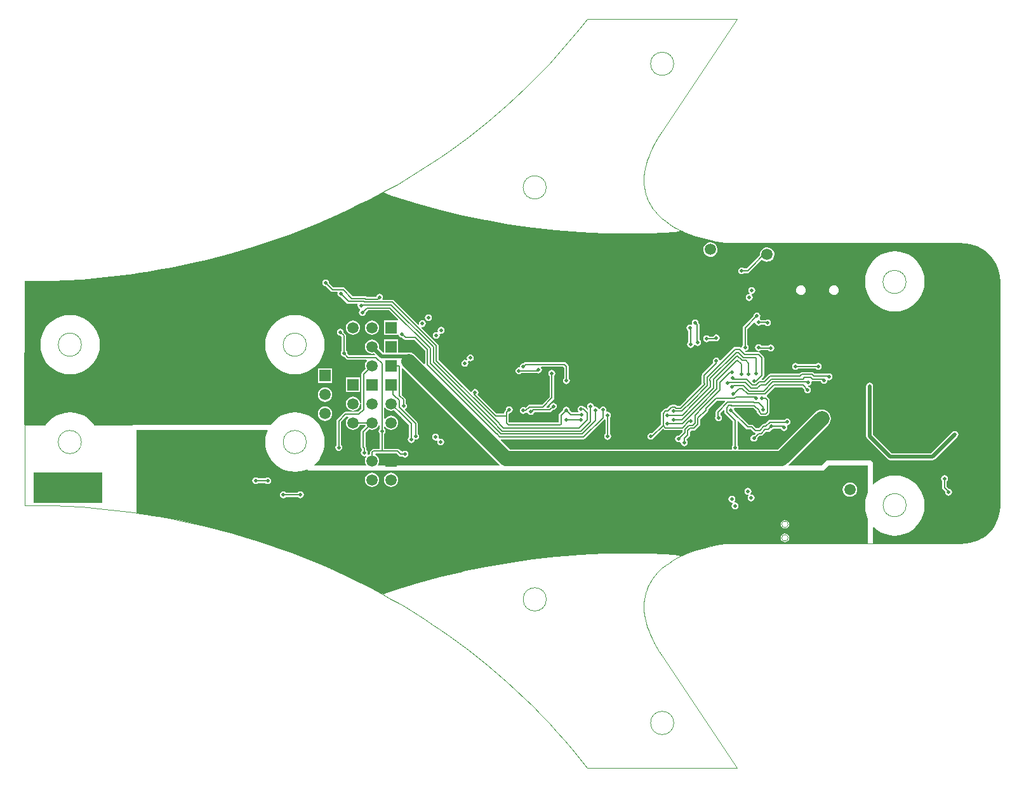
<source format=gbl>
%FSLAX25Y25*%
%MOIN*%
G70*
G01*
G75*
G04 Layer_Physical_Order=2*
G04 Layer_Color=16711680*
%ADD10C,0.00787*%
%ADD11R,0.03150X0.03937*%
%ADD12R,0.11811X0.03937*%
%ADD13R,0.13780X0.09646*%
%ADD14R,0.09488X0.26378*%
G04:AMPARAMS|DCode=15|XSize=196.85mil|YSize=118.11mil|CornerRadius=0mil|HoleSize=0mil|Usage=FLASHONLY|Rotation=22.500|XOffset=0mil|YOffset=0mil|HoleType=Round|Shape=Rectangle|*
%AMROTATEDRECTD15*
4,1,4,-0.06833,-0.09222,-0.11353,0.01689,0.06833,0.09222,0.11353,-0.01689,-0.06833,-0.09222,0.0*
%
%ADD15ROTATEDRECTD15*%

G04:AMPARAMS|DCode=16|XSize=196.85mil|YSize=118.11mil|CornerRadius=0mil|HoleSize=0mil|Usage=FLASHONLY|Rotation=337.500|XOffset=0mil|YOffset=0mil|HoleType=Round|Shape=Rectangle|*
%AMROTATEDRECTD16*
4,1,4,-0.11353,-0.01689,-0.06833,0.09222,0.11353,0.01689,0.06833,-0.09222,-0.11353,-0.01689,0.0*
%
%ADD16ROTATEDRECTD16*%

G04:AMPARAMS|DCode=17|XSize=196.85mil|YSize=118.11mil|CornerRadius=0mil|HoleSize=0mil|Usage=FLASHONLY|Rotation=115.000|XOffset=0mil|YOffset=0mil|HoleType=Round|Shape=Rectangle|*
%AMROTATEDRECTD17*
4,1,4,0.09512,-0.06425,-0.01193,-0.11416,-0.09512,0.06425,0.01193,0.11416,0.09512,-0.06425,0.0*
%
%ADD17ROTATEDRECTD17*%

G04:AMPARAMS|DCode=18|XSize=196.85mil|YSize=118.11mil|CornerRadius=0mil|HoleSize=0mil|Usage=FLASHONLY|Rotation=65.000|XOffset=0mil|YOffset=0mil|HoleType=Round|Shape=Rectangle|*
%AMROTATEDRECTD18*
4,1,4,0.01193,-0.11416,-0.09512,-0.06425,-0.01193,0.11416,0.09512,0.06425,0.01193,-0.11416,0.0*
%
%ADD18ROTATEDRECTD18*%

%ADD19R,0.05118X0.05906*%
%ADD20R,0.03937X0.03150*%
%ADD21R,0.03898X0.01890*%
%ADD22R,0.04173X0.02559*%
%ADD23R,0.05512X0.04134*%
%ADD24R,0.06890X0.02559*%
%ADD25R,0.23622X0.15748*%
%ADD26R,0.02362X0.04331*%
%ADD27R,0.03150X0.03150*%
%ADD28R,0.03347X0.05118*%
%ADD29R,0.05906X0.05906*%
%ADD30O,0.07480X0.01181*%
%ADD31O,0.01181X0.07480*%
%ADD32R,0.01969X0.09843*%
%ADD33R,0.07874X0.09843*%
%ADD34R,0.05118X0.01575*%
%ADD35R,0.07874X0.07874*%
%ADD36R,0.03937X0.02165*%
%ADD37R,0.00984X0.02756*%
%ADD38R,0.02756X0.00984*%
%ADD39R,0.05000X0.05787*%
%ADD40R,0.13386X0.05315*%
%ADD41R,0.05906X0.01614*%
G04:AMPARAMS|DCode=42|XSize=118.11mil|YSize=59.06mil|CornerRadius=0mil|HoleSize=0mil|Usage=FLASHONLY|Rotation=225.000|XOffset=0mil|YOffset=0mil|HoleType=Round|Shape=Rectangle|*
%AMROTATEDRECTD42*
4,1,4,0.02088,0.06264,0.06264,0.02088,-0.02088,-0.06264,-0.06264,-0.02088,0.02088,0.06264,0.0*
%
%ADD42ROTATEDRECTD42*%

G04:AMPARAMS|DCode=43|XSize=118.11mil|YSize=59.06mil|CornerRadius=0mil|HoleSize=0mil|Usage=FLASHONLY|Rotation=135.000|XOffset=0mil|YOffset=0mil|HoleType=Round|Shape=Rectangle|*
%AMROTATEDRECTD43*
4,1,4,0.06264,-0.02088,0.02088,-0.06264,-0.06264,0.02088,-0.02088,0.06264,0.06264,-0.02088,0.0*
%
%ADD43ROTATEDRECTD43*%

G04:AMPARAMS|DCode=44|XSize=118.11mil|YSize=59.06mil|CornerRadius=0mil|HoleSize=0mil|Usage=FLASHONLY|Rotation=245.000|XOffset=0mil|YOffset=0mil|HoleType=Round|Shape=Rectangle|*
%AMROTATEDRECTD44*
4,1,4,-0.00180,0.06600,0.05172,0.04104,0.00180,-0.06600,-0.05172,-0.04104,-0.00180,0.06600,0.0*
%
%ADD44ROTATEDRECTD44*%

G04:AMPARAMS|DCode=45|XSize=118.11mil|YSize=59.06mil|CornerRadius=0mil|HoleSize=0mil|Usage=FLASHONLY|Rotation=295.000|XOffset=0mil|YOffset=0mil|HoleType=Round|Shape=Rectangle|*
%AMROTATEDRECTD45*
4,1,4,-0.05172,0.04104,0.00180,0.06600,0.05172,-0.04104,-0.00180,-0.06600,-0.05172,0.04104,0.0*
%
%ADD45ROTATEDRECTD45*%

%ADD46R,0.02559X0.04173*%
%ADD47C,0.01969*%
%ADD48C,0.03937*%
%ADD49C,0.07874*%
%ADD50C,0.05906*%
%ADD51R,0.06869X0.26570*%
%ADD52R,0.06892X0.11504*%
%ADD53R,0.37657X0.14030*%
%ADD54R,0.23424X0.11604*%
%ADD55R,0.15927X0.15830*%
%ADD56R,0.14344X0.15856*%
%ADD57C,0.00394*%
%ADD58C,0.00197*%
%ADD59C,0.05906*%
%ADD60R,0.05906X0.05906*%
%ADD61C,0.01969*%
%ADD62R,0.36038X0.16300*%
G36*
X911741Y504657D02*
Y502802D01*
X911668Y502753D01*
X911277Y502167D01*
X911139Y501476D01*
X911277Y500785D01*
X911668Y500199D01*
X911741Y500150D01*
Y492269D01*
X908427D01*
X908427Y492269D01*
X907966Y492177D01*
X907576Y491917D01*
X906869Y491210D01*
X906608Y490819D01*
X906516Y490358D01*
X906516Y490358D01*
Y489553D01*
X905834Y489271D01*
X905698Y489166D01*
X905273Y489430D01*
X905407Y490103D01*
X905270Y490794D01*
X904878Y491380D01*
X904805Y491429D01*
Y492620D01*
X904805Y492621D01*
X904713Y493081D01*
X904452Y493472D01*
X904452Y493472D01*
X904198Y493727D01*
Y500778D01*
X906062Y502642D01*
X906744Y502360D01*
X907720Y502232D01*
X908697Y502360D01*
X909606Y502737D01*
X910388Y503336D01*
X910987Y504118D01*
X911251Y504755D01*
X911741Y504657D01*
D02*
G37*
G36*
X974609Y483933D02*
X974418Y483471D01*
X911057D01*
X910835Y483920D01*
X910987Y484118D01*
X911364Y485027D01*
X911493Y486004D01*
X911364Y486980D01*
X910987Y487890D01*
X910388Y488671D01*
X909606Y489271D01*
X909452Y489335D01*
X909388Y489399D01*
X909579Y489861D01*
X920597D01*
X921890Y488568D01*
X921890Y488568D01*
X922281Y488307D01*
X922741Y488215D01*
X923639D01*
X923688Y488142D01*
X924274Y487751D01*
X924965Y487613D01*
X925656Y487751D01*
X926242Y488142D01*
X926634Y488728D01*
X926771Y489420D01*
X926634Y490111D01*
X926242Y490697D01*
X925656Y491089D01*
X924965Y491226D01*
X924274Y491089D01*
X923688Y490697D01*
X922119Y491745D01*
X921948Y491917D01*
X921557Y492177D01*
X921096Y492269D01*
X921096Y492269D01*
X914150D01*
Y500150D01*
X914223Y500199D01*
X914614Y500785D01*
X914752Y501476D01*
X914614Y502167D01*
X914223Y502753D01*
X914150Y502802D01*
Y503735D01*
X914623Y503896D01*
X915053Y503336D01*
X915834Y502737D01*
X916744Y502360D01*
X917720Y502231D01*
X918697Y502360D01*
X919606Y502737D01*
X920388Y503336D01*
X920987Y504118D01*
X921364Y505027D01*
X921493Y506004D01*
X921364Y506980D01*
X920987Y507890D01*
X920388Y508671D01*
X919606Y509271D01*
X918697Y509648D01*
X917720Y509776D01*
X916744Y509648D01*
X915834Y509271D01*
X915053Y508671D01*
X914623Y508112D01*
X914150Y508273D01*
Y513735D01*
X914623Y513896D01*
X915053Y513336D01*
X915834Y512737D01*
X916744Y512360D01*
X917720Y512231D01*
X918697Y512360D01*
X919379Y512642D01*
X922801Y509220D01*
X922905Y509064D01*
X923039Y508864D01*
X927012Y504891D01*
Y498399D01*
X926939Y498350D01*
X926548Y497764D01*
X926410Y497073D01*
X926548Y496382D01*
X926939Y495796D01*
X927525Y495404D01*
X928216Y495266D01*
X928908Y495404D01*
X929494Y495796D01*
X929885Y496382D01*
X930023Y497073D01*
X930059Y497109D01*
X930517Y497017D01*
X931209Y497155D01*
X931795Y497546D01*
X932186Y498132D01*
X932324Y498824D01*
X932186Y499515D01*
X931795Y500101D01*
X931722Y500150D01*
Y505434D01*
X931722Y505434D01*
X931630Y505895D01*
X931369Y506285D01*
X931369Y506285D01*
X924887Y512768D01*
X924936Y513265D01*
X925472Y513624D01*
X925863Y514210D01*
X926001Y514901D01*
X925863Y515592D01*
X925472Y516178D01*
X925399Y516227D01*
Y518099D01*
X925399Y518099D01*
X925307Y518560D01*
X925046Y518951D01*
X925046Y518951D01*
X923365Y520632D01*
Y534524D01*
X923827Y534715D01*
X974609Y483933D01*
D02*
G37*
G36*
X913696Y627461D02*
Y627461D01*
X913885Y627228D01*
Y627228D01*
D01*
D01*
D01*
X913885Y627228D01*
X913968Y627114D01*
X914046Y626998D01*
X914060Y626989D01*
X914069Y626975D01*
X914189Y626902D01*
X914306Y626824D01*
X918031Y625281D01*
X918056Y625276D01*
X918079Y625263D01*
X919321Y624837D01*
X919334Y624835D01*
X919345Y624829D01*
X931213Y621178D01*
X931226Y621177D01*
X931238Y621171D01*
X943215Y617895D01*
X943227Y617894D01*
X943239Y617888D01*
X955313Y614990D01*
X955326Y614989D01*
X955338Y614984D01*
X967497Y612466D01*
X967509Y612466D01*
X967521Y612462D01*
X979753Y610327D01*
X979766Y610327D01*
X979778Y610323D01*
X992072Y608573D01*
X992084Y608574D01*
X992097Y608570D01*
X1004439Y607207D01*
X1004451Y607208D01*
X1004464Y607205D01*
X1016842Y606231D01*
X1016855Y606232D01*
X1016868Y606229D01*
X1029271Y605644D01*
X1029284Y605646D01*
X1029296Y605644D01*
X1041712Y605448D01*
X1041724Y605451D01*
X1041737Y605448D01*
X1054152Y605644D01*
X1054165Y605646D01*
X1054177Y605644D01*
X1066581Y606229D01*
X1066593Y606232D01*
X1066606Y606231D01*
X1068329Y606366D01*
X1068390Y606384D01*
X1068454Y606386D01*
X1068540Y606426D01*
X1068631Y606452D01*
X1068681Y606491D01*
X1068738Y606517D01*
X1068803Y606587D01*
X1068877Y606645D01*
X1068908Y606701D01*
X1068951Y606747D01*
X1069212Y607174D01*
X1069212Y607174D01*
Y607174D01*
D01*
X1069234Y607233D01*
X1069234Y607233D01*
X1069269Y607286D01*
X1069674Y607205D01*
X1069674Y607205D01*
X1069674D01*
X1070555Y606771D01*
X1072389Y605946D01*
X1074250Y605182D01*
X1076128Y604477D01*
X1078016Y603833D01*
X1080645Y603034D01*
X1083259Y602344D01*
X1085837Y601761D01*
X1088358Y601281D01*
X1090801Y600905D01*
X1093147Y600626D01*
X1095373Y600444D01*
X1097459Y600354D01*
X1099391Y600352D01*
X1217504D01*
Y600352D01*
X1217519Y600362D01*
X1217633Y600315D01*
Y600315D01*
X1217653Y600338D01*
X1220111Y600177D01*
X1222772Y599648D01*
X1225342Y598776D01*
X1227775Y597576D01*
X1230031Y596068D01*
X1232070Y594280D01*
X1233223Y592965D01*
Y592965D01*
X1233223D01*
X1233223Y592965D01*
Y592965D01*
D01*
X1233283Y592835D01*
X1233163Y592660D01*
D01*
Y592660D01*
X1233163Y592660D01*
X1233163Y592660D01*
D01*
Y592660D01*
X1233163Y592660D01*
Y592660D01*
Y592660D01*
D01*
D01*
X1233172Y592648D01*
X1233983Y591600D01*
X1233984Y591599D01*
Y591599D01*
X1233984D01*
D01*
D01*
X1233984D01*
X1234000Y591579D01*
X1235277Y589394D01*
X1235277D01*
X1235280Y589393D01*
X1235289Y589371D01*
X1236275Y587041D01*
X1236275D01*
X1236285Y587017D01*
X1236960Y584578D01*
X1236962Y584578D01*
X1236971Y584555D01*
X1237275Y582561D01*
X1237275D01*
D01*
D01*
Y582561D01*
X1237278Y582539D01*
D01*
Y582539D01*
X1237278D01*
X1237278Y582539D01*
X1237278D01*
D01*
D01*
X1237278D01*
D01*
X1237278Y582538D01*
X1237359Y581011D01*
X1237366Y580851D01*
X1237383Y580483D01*
D01*
X1237383Y580482D01*
D01*
D01*
Y580482D01*
X1237383Y580472D01*
Y580472D01*
X1237383Y579863D01*
X1237383Y579863D01*
X1237383D01*
X1237383Y462379D01*
X1237383Y462379D01*
X1237411Y462311D01*
X1237411Y462311D01*
X1237411D01*
X1237411Y462311D01*
X1237407Y462301D01*
X1237407Y462301D01*
X1237407Y462301D01*
D01*
X1237290Y460245D01*
Y460245D01*
X1237290Y460244D01*
Y460244D01*
D01*
D01*
X1237290Y460244D01*
Y460244D01*
D01*
X1237287Y460224D01*
D01*
X1237287Y460222D01*
X1237284Y460200D01*
X1237284Y460200D01*
X1237284D01*
X1236977Y458229D01*
X1236977Y458229D01*
X1236981Y458223D01*
X1236974Y458205D01*
X1236295Y455766D01*
X1236295Y455766D01*
X1236296Y455765D01*
X1236287Y455742D01*
X1235301Y453413D01*
X1235301D01*
X1235301Y453413D01*
X1235291Y453389D01*
X1234010Y451205D01*
X1234010Y451205D01*
X1234010D01*
X1233995Y451184D01*
D01*
X1233995Y451184D01*
D01*
X1233995Y451183D01*
X1233986Y451172D01*
X1233986D01*
X1233986Y451172D01*
X1233175Y450124D01*
Y450124D01*
X1233175Y450124D01*
X1233175D01*
X1233175D01*
X1233174Y450123D01*
X1233174Y450123D01*
X1233174Y450123D01*
X1233174Y450123D01*
X1233175Y450123D01*
X1233175Y450124D01*
X1233175D01*
X1233295Y449948D01*
X1233295Y449948D01*
X1233235Y449818D01*
X1233235D01*
X1233235Y449818D01*
X1233235Y449818D01*
X1233235D01*
D01*
X1232082Y448504D01*
X1230042Y446715D01*
X1227787Y445208D01*
X1225353Y444008D01*
X1222784Y443136D01*
X1221734Y442927D01*
X1221609Y442894D01*
Y442894D01*
X1221587Y442889D01*
D01*
D01*
X1221587D01*
D01*
X1221586Y442889D01*
X1221557Y442885D01*
X1221557D01*
D01*
X1221398Y442860D01*
X1221398Y442860D01*
X1221398Y442860D01*
D01*
X1220123Y442606D01*
X1219793Y442585D01*
X1219593Y442579D01*
Y442579D01*
X1219572Y442577D01*
X1219572Y442577D01*
D01*
X1219572D01*
Y442577D01*
X1219391Y442568D01*
D01*
D01*
X1219391D01*
Y442568D01*
X1219382Y442558D01*
X1217903Y442461D01*
X1218105Y442474D01*
X1217593Y442474D01*
D01*
D01*
D01*
X1217593Y442474D01*
D01*
Y442474D01*
D01*
X1217591Y442472D01*
X1217515D01*
D01*
X1217514Y442472D01*
X1217514Y442472D01*
X1217190Y442455D01*
X1170673Y442462D01*
X1170622Y442524D01*
Y450977D01*
X1171089Y451149D01*
X1172951Y449559D01*
X1175038Y448280D01*
X1177299Y447343D01*
X1179679Y446772D01*
X1182120Y446580D01*
X1184560Y446772D01*
X1186940Y447343D01*
X1189202Y448280D01*
X1191289Y449559D01*
X1193150Y451149D01*
X1194740Y453010D01*
X1196019Y455097D01*
X1196955Y457359D01*
X1197527Y459739D01*
X1197554Y460083D01*
X1197586Y460217D01*
X1197778Y462657D01*
X1197586Y465097D01*
X1197014Y467477D01*
X1196078Y469739D01*
X1194799Y471826D01*
X1193209Y473687D01*
X1191348Y475277D01*
X1189261Y476556D01*
X1186999Y477493D01*
X1184619Y478064D01*
X1182179Y478256D01*
X1179738Y478064D01*
X1177358Y477493D01*
X1175097Y476556D01*
X1173010Y475277D01*
X1171148Y473687D01*
X1171091Y473620D01*
X1170622Y473793D01*
Y484776D01*
X1170546Y485160D01*
X1170328Y485485D01*
X1169908Y485905D01*
X1169582Y486123D01*
X1169198Y486199D01*
X1146744D01*
X1146360Y486123D01*
X1146252Y486051D01*
X1146034Y485905D01*
X1143600Y483471D01*
X1126535D01*
X1126343Y483933D01*
X1147215Y504805D01*
X1147972Y505792D01*
X1148448Y506941D01*
X1148611Y508174D01*
X1148448Y509408D01*
X1147972Y510557D01*
X1147215Y511544D01*
X1146228Y512301D01*
X1145079Y512777D01*
X1143845Y512939D01*
X1142612Y512777D01*
X1141463Y512301D01*
X1140476Y511544D01*
X1120836Y491903D01*
X1100362D01*
X1100045Y492290D01*
X1100156Y492847D01*
X1100018Y493538D01*
X1099627Y494124D01*
X1099553Y494173D01*
Y506716D01*
X1100015Y506908D01*
X1103998Y502925D01*
X1104388Y502664D01*
X1104849Y502573D01*
X1104849Y502573D01*
X1106589D01*
X1108097Y501064D01*
X1108488Y500803D01*
X1108746Y500751D01*
X1108891Y500273D01*
X1108256Y499638D01*
X1108170Y499655D01*
X1107478Y499518D01*
X1106892Y499126D01*
X1106501Y498540D01*
X1106363Y497849D01*
X1106501Y497158D01*
X1106892Y496571D01*
X1107478Y496180D01*
X1108170Y496042D01*
X1108861Y496180D01*
X1109447Y496571D01*
X1109839Y497158D01*
X1109976Y497849D01*
X1109959Y497935D01*
X1111160Y499136D01*
X1111884D01*
X1111884Y499136D01*
X1112345Y499228D01*
X1112736Y499489D01*
X1114493Y501246D01*
X1115795D01*
X1115795Y501246D01*
X1116256Y501337D01*
X1116646Y501599D01*
X1117324Y502277D01*
X1117411Y502259D01*
X1118102Y502397D01*
X1118688Y502788D01*
X1118737Y502861D01*
X1122305D01*
X1122339Y502690D01*
X1122731Y502104D01*
X1123317Y501712D01*
X1124008Y501575D01*
X1124699Y501712D01*
X1125286Y502104D01*
X1125677Y502690D01*
X1125815Y503381D01*
X1125677Y504072D01*
X1125615Y504165D01*
X1125807Y504627D01*
X1126312Y504727D01*
X1126898Y505119D01*
X1127290Y505705D01*
X1127427Y506396D01*
X1127290Y507087D01*
X1126898Y507673D01*
X1126312Y508065D01*
X1125621Y508202D01*
X1124930Y508065D01*
X1124344Y507673D01*
X1124185Y507435D01*
X1116514D01*
X1116514Y507435D01*
X1116053Y507344D01*
X1115662Y507083D01*
X1115662Y507083D01*
X1113966Y505387D01*
X1113500D01*
X1113500Y505387D01*
X1113039Y505295D01*
X1112648Y505034D01*
X1112648Y505034D01*
X1110733Y503120D01*
X1109448D01*
X1107939Y504628D01*
X1107548Y504889D01*
X1107087Y504981D01*
X1107087Y504981D01*
X1105348D01*
X1097852Y512477D01*
X1097869Y512563D01*
X1097732Y513254D01*
X1097711Y513285D01*
X1097947Y513726D01*
X1107974D01*
X1109693Y512007D01*
Y511918D01*
X1109693Y511918D01*
X1109785Y511457D01*
X1110046Y511066D01*
X1111314Y509798D01*
X1111315Y509798D01*
X1111705Y509537D01*
X1111705Y509537D01*
X1111705Y509537D01*
D01*
X1111705Y509537D01*
X1111705Y509537D01*
X1112166Y509445D01*
X1112166Y509445D01*
X1114370D01*
X1114370Y509445D01*
X1114831Y509537D01*
X1115222Y509798D01*
X1116080Y510656D01*
X1116080Y510656D01*
X1116341Y511047D01*
X1116433Y511508D01*
Y513742D01*
X1116433Y513743D01*
X1116402Y513897D01*
Y517846D01*
X1116310Y518307D01*
X1116049Y518698D01*
X1115153Y519594D01*
X1114887Y519771D01*
X1114838Y520269D01*
X1119145Y524575D01*
X1133412D01*
X1134542Y523445D01*
X1134506Y523263D01*
X1134643Y522572D01*
X1135035Y521986D01*
X1135621Y521594D01*
X1136312Y521457D01*
X1137004Y521594D01*
X1137589Y521986D01*
X1137981Y522572D01*
X1138119Y523263D01*
X1137981Y523955D01*
X1137589Y524541D01*
X1137004Y524932D01*
X1136821Y524969D01*
X1136821Y525469D01*
X1137278Y525560D01*
X1137864Y525951D01*
X1138256Y526537D01*
X1138393Y527228D01*
X1138359Y527399D01*
X1138713Y527753D01*
X1138854Y527725D01*
X1143273D01*
X1143303Y527573D01*
X1143694Y526987D01*
X1144280Y526595D01*
X1144972Y526458D01*
X1145663Y526595D01*
X1146249Y526987D01*
X1146640Y527573D01*
X1146778Y528264D01*
X1147270Y528362D01*
X1147583Y528300D01*
X1148274Y528437D01*
X1148860Y528829D01*
X1149251Y529415D01*
X1149389Y530106D01*
X1149251Y530798D01*
X1148860Y531384D01*
X1148274Y531775D01*
X1147583Y531913D01*
X1147125Y531822D01*
X1147058Y531835D01*
X1147058Y531835D01*
X1140039D01*
X1139582Y532292D01*
X1139192Y532553D01*
X1138731Y532644D01*
X1138731Y532644D01*
X1133423D01*
X1132962Y532553D01*
X1132572Y532292D01*
X1131988Y531708D01*
X1116689D01*
X1116228Y531616D01*
X1115837Y531355D01*
X1113128Y528646D01*
X1112392D01*
X1112200Y529108D01*
X1113214Y530121D01*
X1113214Y530121D01*
X1113475Y530512D01*
X1113566Y530972D01*
Y540122D01*
X1113475Y540583D01*
X1113214Y540973D01*
X1113214Y540973D01*
X1111432Y542755D01*
X1111042Y543016D01*
X1110581Y543107D01*
X1110581Y543107D01*
X1103862D01*
X1103544Y543494D01*
X1103600Y543775D01*
X1103610Y543807D01*
X1104298Y543943D01*
X1104884Y544335D01*
X1105275Y544921D01*
X1105413Y545612D01*
X1105275Y546304D01*
X1104884Y546889D01*
X1104811Y546938D01*
Y555340D01*
X1108271Y558801D01*
X1108750Y558656D01*
X1108869Y558057D01*
X1109260Y557471D01*
X1109846Y557079D01*
X1110538Y556942D01*
X1111229Y557079D01*
X1111815Y557471D01*
X1111864Y557544D01*
X1113849D01*
X1114062Y557225D01*
X1114648Y556834D01*
X1115339Y556696D01*
X1116030Y556834D01*
X1116616Y557225D01*
X1117008Y557811D01*
X1117145Y558502D01*
X1117008Y559194D01*
X1116616Y559780D01*
X1116030Y560171D01*
X1115339Y560309D01*
X1114648Y560171D01*
X1114320Y559952D01*
X1111864D01*
X1111815Y560025D01*
X1111269Y560390D01*
X1111171Y560881D01*
X1111500Y561372D01*
X1111637Y562063D01*
X1111500Y562754D01*
X1111108Y563340D01*
X1110522Y563732D01*
X1109831Y563869D01*
X1109140Y563732D01*
X1108553Y563340D01*
X1108162Y562754D01*
X1108024Y562063D01*
X1108041Y561977D01*
X1102755Y556690D01*
X1102494Y556299D01*
X1102402Y555839D01*
X1102402Y555838D01*
Y546938D01*
X1102329Y546889D01*
X1101937Y546304D01*
X1101804Y545631D01*
X1101342Y545439D01*
X1100987Y545676D01*
X1100526Y545768D01*
X1100526Y545768D01*
X1098204D01*
X1098204Y545768D01*
X1097744Y545676D01*
X1097353Y545415D01*
X1090670Y538732D01*
X1090191Y538877D01*
X1090156Y539057D01*
X1089764Y539643D01*
X1089178Y540035D01*
X1088487Y540172D01*
X1087795Y540035D01*
X1087209Y539643D01*
X1086818Y539057D01*
X1086680Y538366D01*
X1086818Y537675D01*
X1086938Y537494D01*
X1081159Y531714D01*
X1080898Y531324D01*
X1080806Y530863D01*
X1080806Y530863D01*
Y527009D01*
X1080806Y527009D01*
X1080898Y526548D01*
X1080898Y526548D01*
X1080898Y526548D01*
X1080901Y526543D01*
X1072768Y518410D01*
X1072519Y518036D01*
X1069317Y514834D01*
X1067880D01*
X1067642Y515072D01*
X1067251Y515333D01*
X1066791Y515425D01*
X1066791Y515425D01*
X1064997D01*
X1064997Y515425D01*
X1064536Y515333D01*
X1064145Y515072D01*
X1064145Y515072D01*
X1062447Y513374D01*
X1061792D01*
X1061331Y513282D01*
X1060940Y513021D01*
X1059652Y511733D01*
X1059391Y511342D01*
X1059300Y510881D01*
X1059300Y510881D01*
Y505110D01*
X1054702Y500512D01*
X1054128Y500626D01*
X1053437Y500489D01*
X1052851Y500097D01*
X1052459Y499511D01*
X1052322Y498820D01*
X1052459Y498128D01*
X1052851Y497542D01*
X1053437Y497151D01*
X1054128Y497013D01*
X1054819Y497151D01*
X1055405Y497542D01*
X1055797Y498128D01*
X1055815Y498219D01*
X1060504Y502908D01*
X1060921Y502491D01*
X1060921Y502491D01*
X1061312Y502230D01*
X1061312Y502230D01*
X1061312Y502230D01*
D01*
X1061312Y502230D01*
X1061312Y502230D01*
X1061772Y502138D01*
X1061772Y502138D01*
X1070664D01*
X1070664Y502138D01*
X1070712Y502099D01*
Y501276D01*
X1068708Y499272D01*
X1068622Y499289D01*
X1067930Y499152D01*
X1067344Y498760D01*
X1066953Y498174D01*
X1066815Y497483D01*
X1066953Y496791D01*
X1067344Y496205D01*
X1067930Y495814D01*
X1068622Y495676D01*
X1069313Y495814D01*
X1069382Y495860D01*
X1069797Y495582D01*
X1069766Y495425D01*
X1069904Y494734D01*
X1070295Y494148D01*
X1070881Y493756D01*
X1071572Y493619D01*
X1072264Y493756D01*
X1072850Y494148D01*
X1073241Y494734D01*
X1073379Y495425D01*
X1073241Y496116D01*
X1072850Y496702D01*
X1072777Y496751D01*
Y497239D01*
X1074343Y498805D01*
X1074603Y499196D01*
X1074695Y499657D01*
X1074695Y499657D01*
Y501217D01*
X1075317Y501839D01*
X1076580D01*
X1076580Y501839D01*
X1077041Y501930D01*
X1077431Y502191D01*
X1079622Y504382D01*
X1079622Y504382D01*
X1079883Y504773D01*
X1079883Y504773D01*
X1079883Y504773D01*
X1079975Y505234D01*
X1079975Y505234D01*
Y507856D01*
X1083920Y511801D01*
X1083920Y511801D01*
X1084077Y512035D01*
X1084181Y512192D01*
X1084273Y512653D01*
Y513146D01*
X1088775Y517648D01*
X1093012D01*
X1093204Y517186D01*
X1088497Y512479D01*
X1088236Y512088D01*
X1088144Y511627D01*
X1088144Y511627D01*
Y509594D01*
X1087954Y509309D01*
X1087817Y508618D01*
X1087954Y507927D01*
X1088346Y507341D01*
X1088932Y506949D01*
X1089623Y506812D01*
X1090314Y506949D01*
X1090900Y507341D01*
X1091292Y507927D01*
X1091429Y508618D01*
X1091292Y509309D01*
X1090900Y509895D01*
X1090553Y510128D01*
Y511129D01*
X1092231Y512808D01*
X1092693Y512616D01*
Y511666D01*
X1092693Y511666D01*
X1092785Y511205D01*
X1093046Y510815D01*
X1097145Y506716D01*
Y494173D01*
X1097072Y494124D01*
X1096680Y493538D01*
X1096543Y492847D01*
X1096654Y492290D01*
X1096336Y491903D01*
X980117D01*
X975177Y496843D01*
X975369Y497305D01*
X1018779D01*
X1018779Y497305D01*
X1019240Y497397D01*
X1019631Y497657D01*
X1029756Y507783D01*
X1029771Y507776D01*
X1030218Y507478D01*
Y500101D01*
X1030145Y500052D01*
X1029753Y499467D01*
X1029616Y498775D01*
X1029753Y498084D01*
X1030145Y497498D01*
X1030731Y497106D01*
X1031422Y496969D01*
X1032113Y497106D01*
X1032699Y497498D01*
X1033091Y498084D01*
X1033228Y498775D01*
X1033091Y499467D01*
X1032699Y500052D01*
X1032626Y500101D01*
Y508804D01*
X1032917Y509238D01*
X1033054Y509930D01*
X1032917Y510621D01*
X1032525Y511207D01*
X1031939Y511598D01*
X1031248Y511736D01*
X1031033Y511693D01*
X1030679Y511929D01*
X1030581Y512027D01*
X1030713Y512690D01*
X1030576Y513381D01*
X1030184Y513967D01*
X1029598Y514359D01*
X1028907Y514496D01*
X1028215Y514359D01*
X1027629Y513967D01*
X1027238Y513381D01*
X1027199Y513184D01*
X1026699D01*
X1026680Y513281D01*
X1026288Y513867D01*
X1025702Y514258D01*
X1025011Y514396D01*
X1024977Y514389D01*
X1024231Y514537D01*
X1024093Y515229D01*
X1023702Y515815D01*
X1023116Y516206D01*
X1022424Y516344D01*
X1021733Y516206D01*
X1021147Y515815D01*
X1020756Y515229D01*
X1020618Y514537D01*
X1020756Y513846D01*
X1021076Y513367D01*
X1020956Y512975D01*
X1020887Y512871D01*
X1020819Y512843D01*
X1019612Y514050D01*
X1019221Y514311D01*
X1018811Y514393D01*
X1018756Y514476D01*
X1018170Y514867D01*
X1017478Y515005D01*
X1016787Y514867D01*
X1016201Y514476D01*
X1015810Y513890D01*
X1015672Y513198D01*
X1015810Y512507D01*
X1016187Y511942D01*
X1016075Y511733D01*
X1015920Y511501D01*
X1012514D01*
X1011478Y512537D01*
X1011495Y512623D01*
X1011358Y513314D01*
X1010966Y513901D01*
X1010380Y514292D01*
X1009689Y514430D01*
X1008998Y514292D01*
X1008412Y513901D01*
X1008020Y513314D01*
X1007883Y512623D01*
X1007900Y512537D01*
X1006071Y510708D01*
X1005809Y510317D01*
X1005718Y509856D01*
X1005718Y509856D01*
Y507601D01*
X1005708Y507551D01*
X1005708Y507551D01*
Y506012D01*
X979741D01*
X979488Y506266D01*
Y509525D01*
Y509695D01*
X979745Y510990D01*
X980437Y511127D01*
X981023Y511519D01*
X981414Y512105D01*
X981552Y512796D01*
X981414Y513487D01*
X981023Y514073D01*
X980437Y514465D01*
X979745Y514602D01*
X979054Y514465D01*
X978468Y514073D01*
X978076Y513487D01*
X977939Y512796D01*
X977945Y512763D01*
X977432Y512250D01*
X977171Y511859D01*
X977079Y511398D01*
X977079Y511398D01*
Y510729D01*
X973162D01*
X963133Y520758D01*
X963484Y521283D01*
X963622Y521974D01*
X963484Y522665D01*
X963093Y523251D01*
X962507Y523643D01*
X961815Y523780D01*
X961124Y523643D01*
X960538Y523251D01*
X960147Y522665D01*
X960060Y522228D01*
X959581Y522083D01*
X942661Y539003D01*
Y546372D01*
X942661Y546372D01*
X942569Y546833D01*
X942308Y547224D01*
X942308Y547224D01*
X933584Y555948D01*
X933819Y556389D01*
X934165Y556320D01*
X934856Y556458D01*
X935442Y556849D01*
X935833Y557436D01*
X935971Y558127D01*
X935833Y558818D01*
X935442Y559404D01*
X934856Y559796D01*
X934165Y559933D01*
X933473Y559796D01*
X932887Y559404D01*
X932496Y558818D01*
X932358Y558127D01*
X932427Y557782D01*
X931986Y557546D01*
X919256Y570276D01*
X918865Y570537D01*
X918404Y570629D01*
X918404Y570629D01*
X913365D01*
X913129Y571070D01*
X913281Y571297D01*
X913418Y571988D01*
X913281Y572679D01*
X912889Y573266D01*
X912303Y573657D01*
X911612Y573795D01*
X910921Y573657D01*
X910334Y573266D01*
X909943Y572679D01*
X909848Y572203D01*
X904957D01*
X904650Y572408D01*
X904189Y572500D01*
X904189Y572500D01*
X897653D01*
X893383Y576770D01*
X892992Y577031D01*
X892531Y577123D01*
X892531Y577123D01*
X887413D01*
X885115Y579421D01*
X885132Y579507D01*
X884995Y580198D01*
X884603Y580784D01*
X884017Y581176D01*
X883326Y581314D01*
X882634Y581176D01*
X882048Y580784D01*
X881657Y580198D01*
X881519Y579507D01*
X881657Y578816D01*
X882048Y578230D01*
X882634Y577838D01*
X883326Y577701D01*
X883412Y577718D01*
X886063Y575067D01*
X886063Y575067D01*
X886453Y574806D01*
X886914Y574714D01*
X889234D01*
X889551Y574328D01*
X889437Y573753D01*
X889574Y573062D01*
X889966Y572476D01*
X890552Y572084D01*
X891243Y571947D01*
X891329Y571964D01*
X894424Y568869D01*
X894424Y568869D01*
X894814Y568608D01*
X895275Y568517D01*
X895275Y568517D01*
X899841D01*
X900159Y568130D01*
X900038Y567523D01*
X900175Y566832D01*
X900567Y566246D01*
X901153Y565854D01*
X901318Y565821D01*
X901415Y565331D01*
X901287Y565245D01*
X900895Y564659D01*
X900757Y563967D01*
X900895Y563276D01*
X901287Y562690D01*
X901873Y562298D01*
X902564Y562161D01*
X903255Y562298D01*
X903841Y562690D01*
X904233Y563276D01*
X904362Y563925D01*
X905507Y565071D01*
X916601D01*
X921465Y560206D01*
X921274Y559744D01*
X913980D01*
Y552264D01*
X919676D01*
Y552264D01*
X919676Y552264D01*
X921461Y552264D01*
X921461D01*
X921686D01*
X921747Y551957D01*
X922139Y551371D01*
X922725Y550980D01*
X923416Y550842D01*
X923502Y550859D01*
X924494Y549867D01*
X924494Y549867D01*
X924884Y549606D01*
X924884Y549606D01*
X924884Y549606D01*
D01*
X924884Y549606D01*
X924884Y549606D01*
X925345Y549515D01*
X925345Y549515D01*
X929930D01*
X935528Y543916D01*
Y537145D01*
X935066Y536954D01*
X930464Y541556D01*
X929477Y542313D01*
X928328Y542789D01*
X927095Y542952D01*
X925861Y542789D01*
X925754Y542745D01*
X925657Y542764D01*
X921461D01*
Y549744D01*
X913980D01*
Y542764D01*
X913515D01*
X911331Y544948D01*
X911364Y545028D01*
X911493Y546004D01*
X911364Y546980D01*
X910987Y547890D01*
X910388Y548671D01*
X909607Y549271D01*
X908697Y549648D01*
X907720Y549776D01*
X906744Y549648D01*
X905834Y549271D01*
X905053Y548671D01*
X904453Y547890D01*
X904076Y546980D01*
X903948Y546004D01*
X904076Y545028D01*
X904453Y544118D01*
X905053Y543336D01*
X905834Y542737D01*
X906744Y542360D01*
X907720Y542232D01*
X908697Y542360D01*
X908777Y542393D01*
X909181Y541989D01*
X908990Y541527D01*
X895550D01*
X894765Y542311D01*
X894789Y542435D01*
X894652Y543127D01*
X894260Y543713D01*
X894129Y543800D01*
Y551690D01*
X894129Y551690D01*
X894038Y552151D01*
X893777Y552542D01*
X893777Y552542D01*
X892769Y553549D01*
X892786Y553635D01*
X892649Y554327D01*
X892257Y554913D01*
X891671Y555304D01*
X890980Y555442D01*
X890289Y555304D01*
X889703Y554913D01*
X889311Y554327D01*
X889174Y553635D01*
X889311Y552944D01*
X889703Y552358D01*
X890289Y551967D01*
X890980Y551829D01*
X891066Y551846D01*
X891721Y551191D01*
Y543723D01*
X891706Y543713D01*
X891314Y543127D01*
X891177Y542435D01*
X891314Y541744D01*
X891706Y541158D01*
X892292Y540767D01*
X892983Y540629D01*
X893032Y540639D01*
X894199Y539471D01*
X894199Y539471D01*
X894590Y539210D01*
X895051Y539118D01*
X904830D01*
X905052Y538670D01*
X904453Y537890D01*
X904076Y536980D01*
X903948Y536004D01*
X904076Y535028D01*
X904359Y534346D01*
X902335Y532321D01*
X902073Y531930D01*
X901982Y531470D01*
X901982Y531470D01*
Y516111D01*
X901483Y516078D01*
D01*
X901483D01*
Y516078D01*
D01*
X901364Y516980D01*
X900987Y517890D01*
X900388Y518671D01*
X899606Y519271D01*
X898697Y519648D01*
X897720Y519776D01*
X896744Y519648D01*
X895834Y519271D01*
X895053Y518671D01*
X894453Y517890D01*
X894076Y516980D01*
X893948Y516004D01*
X894076Y515028D01*
X894453Y514118D01*
X895053Y513336D01*
X895834Y512737D01*
X896744Y512360D01*
X897720Y512231D01*
X898697Y512360D01*
X899606Y512737D01*
X900388Y513336D01*
X900987Y514118D01*
X901364Y515028D01*
X901483Y515930D01*
X901982Y515897D01*
Y513361D01*
X900307Y511687D01*
X893746D01*
X893285Y511595D01*
X893129Y511490D01*
X892894Y511334D01*
X892894Y511334D01*
X889330Y507769D01*
X889069Y507378D01*
X888977Y506917D01*
X888977Y506917D01*
Y494333D01*
X888904Y494284D01*
X888512Y493698D01*
X888375Y493007D01*
X888512Y492316D01*
X888904Y491730D01*
X889490Y491338D01*
X890181Y491201D01*
X890872Y491338D01*
X891458Y491730D01*
X891850Y492316D01*
X891988Y493007D01*
X891850Y493698D01*
X891458Y494284D01*
X891385Y494333D01*
Y506419D01*
X894245Y509278D01*
X895065D01*
X895226Y508805D01*
X895053Y508671D01*
X894453Y507890D01*
X894076Y506980D01*
X893948Y506004D01*
X894076Y505027D01*
X894453Y504118D01*
X895053Y503336D01*
X895834Y502737D01*
X896744Y502360D01*
X897720Y502232D01*
X898697Y502360D01*
X899606Y502737D01*
X900388Y503336D01*
X900987Y504118D01*
X901270Y504800D01*
X904160D01*
X904351Y504338D01*
X902142Y502129D01*
X901881Y501738D01*
X901789Y501277D01*
X901789Y501277D01*
Y493228D01*
X901789Y493228D01*
X901881Y492767D01*
X902142Y492376D01*
X902397Y492122D01*
Y491429D01*
X902324Y491380D01*
X901932Y490794D01*
X901794Y490103D01*
X901932Y489412D01*
X902324Y488826D01*
X902909Y488434D01*
X903601Y488297D01*
X904279Y488432D01*
X904543Y488007D01*
X904453Y487890D01*
X904076Y486980D01*
X903948Y486004D01*
X904076Y485027D01*
X904453Y484118D01*
X904605Y483920D01*
X904384Y483471D01*
X877430D01*
X877257Y483940D01*
X878251Y484789D01*
X879841Y486651D01*
X881120Y488738D01*
X882057Y490999D01*
X882628Y493379D01*
X882820Y495820D01*
X882628Y498260D01*
X882057Y500640D01*
X881120Y502902D01*
X879841Y504989D01*
X878251Y506850D01*
X876390Y508440D01*
X874303Y509719D01*
X872041Y510655D01*
X869661Y511227D01*
X867221Y511419D01*
X864780Y511227D01*
X862400Y510655D01*
X860139Y509719D01*
X858052Y508440D01*
X856190Y506850D01*
X854601Y504989D01*
X854529Y504872D01*
X854041Y504765D01*
X853884Y504870D01*
X853500Y504946D01*
X782903D01*
X782761Y504975D01*
X782377Y504898D01*
X782051Y504681D01*
X781726Y504356D01*
X762118D01*
X761730Y504989D01*
X760141Y506850D01*
X758279Y508440D01*
X756192Y509719D01*
X753931Y510655D01*
X751550Y511227D01*
X749110Y511419D01*
X746670Y511227D01*
X744290Y510655D01*
X742028Y509719D01*
X739941Y508440D01*
X738080Y506850D01*
X736490Y504989D01*
X736102Y504356D01*
X725519D01*
X725165Y504709D01*
X725175Y580316D01*
X725538Y580660D01*
X725643Y580655D01*
X725643Y580655D01*
X725644Y580655D01*
X725867Y580644D01*
Y580644D01*
X725868Y580644D01*
X725868Y580644D01*
X726155Y580631D01*
X726155Y580631D01*
X726155Y580631D01*
X726155Y580631D01*
X726156Y580631D01*
D01*
X726506Y580616D01*
X726506Y580616D01*
X726506Y580616D01*
D01*
X726506D01*
X726506D01*
D01*
X726721Y580616D01*
X726916Y580601D01*
Y580601D01*
X727297Y580590D01*
X727390Y580584D01*
Y580584D01*
X727390Y580584D01*
Y580584D01*
Y580584D01*
X727390D01*
X727391Y580596D01*
Y580596D01*
D01*
X727922Y580568D01*
X729069Y580540D01*
X730418Y580516D01*
X731963Y580500D01*
X733698Y580496D01*
X735623Y580505D01*
X735623D01*
Y580505D01*
X735624Y580505D01*
X735624D01*
X737729Y580532D01*
X737716Y580531D01*
X737729Y580532D01*
X737731Y580532D01*
X737731Y580532D01*
X737731Y580532D01*
X740016Y580579D01*
X742476Y580650D01*
X745106Y580745D01*
X747499Y580852D01*
X750009Y580983D01*
X752639Y581140D01*
X755380Y581324D01*
X758232Y581536D01*
X761193Y581784D01*
X761193D01*
X764256Y582064D01*
X764257Y582064D01*
Y582064D01*
X764257Y582064D01*
X767423Y582379D01*
X770690Y582733D01*
X773574Y583068D01*
X776527Y583434D01*
X779548Y583833D01*
X782638Y584264D01*
X785788Y584729D01*
X789001Y585230D01*
X792275Y585769D01*
X795607Y586345D01*
X802442Y587617D01*
X808374Y588819D01*
X814450Y590149D01*
X820661Y591609D01*
X826998Y593207D01*
X833450Y594949D01*
X840014Y596840D01*
X846676Y598888D01*
X853429Y601097D01*
X860268Y603475D01*
X860268Y603475D01*
X860333Y603502D01*
X860334Y603502D01*
X865258Y605288D01*
X870252Y607196D01*
X875279Y609198D01*
X880308Y611285D01*
X880343Y611285D01*
D01*
D01*
X880343D01*
Y611285D01*
X880345Y611286D01*
D01*
D01*
X880345Y611286D01*
D01*
X880379Y611306D01*
X884195Y612886D01*
X885414Y613480D01*
X885415Y613480D01*
X885415Y613479D01*
X885415Y613479D01*
X885415D01*
D01*
D01*
D01*
D01*
D01*
X885415D01*
D01*
Y613479D01*
D01*
D01*
D01*
D01*
D01*
D01*
D01*
D01*
D01*
Y613479D01*
X885415Y613479D01*
D01*
D01*
D01*
D01*
X886239Y613865D01*
X890519Y615792D01*
X895640Y618192D01*
X900778Y620701D01*
X905929Y623316D01*
X913349Y627268D01*
X913696Y627461D01*
D01*
D02*
G37*
G36*
X852884Y501846D02*
X852385Y500640D01*
X851814Y498260D01*
X851621Y495820D01*
X851814Y493379D01*
X852385Y490999D01*
X853322Y488738D01*
X854601Y486651D01*
X856190Y484789D01*
X858052Y483200D01*
X860139Y481921D01*
X862400Y480984D01*
X864780Y480412D01*
X867221Y480221D01*
X869661Y480412D01*
X872041Y480984D01*
X873572Y481618D01*
X873964Y481227D01*
X873976Y481208D01*
X874302Y480991D01*
X874686Y480914D01*
X1144274D01*
X1144658Y480991D01*
X1144983Y481208D01*
X1145054Y481314D01*
X1147277Y483536D01*
X1167984D01*
Y469026D01*
X1167343Y467477D01*
X1166771Y465097D01*
X1166744Y464753D01*
X1166712Y464620D01*
X1166520Y462179D01*
X1166712Y459739D01*
X1167284Y457359D01*
X1167984Y455668D01*
Y442670D01*
X1097455D01*
X1095361Y442578D01*
X1093127Y442395D01*
X1090774Y442116D01*
X1088324Y441738D01*
X1085797Y441258D01*
X1083212Y440674D01*
X1080591Y439983D01*
X1077955Y439180D01*
X1076061Y438534D01*
X1074177Y437828D01*
X1072311Y437062D01*
X1070470Y436234D01*
X1069583Y435797D01*
X1069424Y435778D01*
X1069024Y435926D01*
X1069015Y435948D01*
X1068984Y435978D01*
X1068963Y436015D01*
X1068873Y436086D01*
X1068791Y436166D01*
X1068751Y436182D01*
X1068717Y436209D01*
X1068607Y436240D01*
X1068500Y436283D01*
X1068457Y436282D01*
X1068416Y436294D01*
X1066656Y436433D01*
X1066643Y436431D01*
X1066631Y436434D01*
X1054227Y437019D01*
X1054215Y437017D01*
X1054202Y437020D01*
X1041787Y437215D01*
X1041774Y437213D01*
X1041761Y437215D01*
X1029346Y437020D01*
X1029333Y437017D01*
X1029321Y437019D01*
X1016918Y436434D01*
X1016905Y436431D01*
X1016892Y436433D01*
X1004514Y435458D01*
X1004501Y435455D01*
X1004489Y435456D01*
X992147Y434093D01*
X992134Y434090D01*
X992122Y434090D01*
X979828Y432341D01*
X979816Y432337D01*
X979803Y432337D01*
X967571Y430202D01*
X967559Y430197D01*
X967547Y430197D01*
X955388Y427679D01*
X955376Y427674D01*
X955363Y427674D01*
X943289Y424775D01*
X943277Y424770D01*
X943265Y424769D01*
X931288Y421492D01*
X931276Y421487D01*
X931264Y421485D01*
X919395Y417834D01*
X919384Y417828D01*
X919371Y417826D01*
X914408Y416127D01*
X914282Y416054D01*
X914155Y415985D01*
X914147Y415975D01*
X914137Y415970D01*
X914049Y415854D01*
X913957Y415741D01*
X912750Y416100D01*
X906020Y419685D01*
X900866Y422302D01*
X895726Y424810D01*
X890602Y427213D01*
X885495Y429513D01*
X880412Y431712D01*
X875354Y433812D01*
X870324Y435815D01*
X865327Y437724D01*
X860365Y439541D01*
X853525Y441919D01*
X846947Y444003D01*
X840173Y446085D01*
Y446085D01*
X840181Y446112D01*
X840145Y446123D01*
D01*
X839830Y446224D01*
X828193Y449547D01*
X816454Y452488D01*
X804625Y455043D01*
X802516Y455426D01*
X802512Y455406D01*
X795673Y456678D01*
X792340Y457255D01*
X789065Y457794D01*
X785850Y458295D01*
X784160Y458544D01*
X783924Y458880D01*
Y502262D01*
X852607D01*
X852884Y501846D01*
D02*
G37*
%LPC*%
G36*
X940989Y500212D02*
X940298Y500074D01*
X939712Y499683D01*
X939320Y499097D01*
X939183Y498406D01*
X939320Y497714D01*
X939712Y497128D01*
X940298Y496737D01*
X940989Y496599D01*
X941680Y496737D01*
X942031Y496212D01*
X941955Y495835D01*
X942093Y495144D01*
X942484Y494558D01*
X943071Y494167D01*
X943762Y494029D01*
X944453Y494167D01*
X945039Y494558D01*
X945431Y495144D01*
X945568Y495835D01*
X945431Y496527D01*
X945039Y497113D01*
X944453Y497504D01*
X943762Y497642D01*
X943071Y497504D01*
X942720Y498028D01*
X942795Y498406D01*
X942658Y499097D01*
X942266Y499683D01*
X941680Y500074D01*
X940989Y500212D01*
D02*
G37*
G36*
X846636Y477307D02*
X845945Y477169D01*
X845359Y476778D01*
X844967Y476192D01*
X844830Y475500D01*
X844967Y474809D01*
X845359Y474223D01*
X845945Y473832D01*
X846636Y473694D01*
X847328Y473832D01*
X847913Y474223D01*
X847962Y474296D01*
X851524D01*
X851573Y474223D01*
X852159Y473831D01*
X852850Y473694D01*
X853542Y473831D01*
X854128Y474223D01*
X854519Y474809D01*
X854657Y475500D01*
X854519Y476191D01*
X854128Y476777D01*
X853542Y477169D01*
X852850Y477306D01*
X852159Y477169D01*
X851573Y476777D01*
X851525Y476705D01*
X847962D01*
X847913Y476778D01*
X847328Y477169D01*
X846636Y477307D01*
D02*
G37*
G36*
X1168972Y527074D02*
X1168281Y526937D01*
X1167695Y526545D01*
X1167682Y526532D01*
X1167290Y525946D01*
X1167153Y525255D01*
Y498928D01*
X1167153Y498928D01*
X1167153D01*
X1167290Y498237D01*
X1167682Y497651D01*
X1178540Y486792D01*
X1178540D01*
X1178540Y486792D01*
X1178540D01*
X1178540Y486792D01*
Y486792D01*
X1178541Y486792D01*
Y486792D01*
X1179126Y486401D01*
X1179818Y486263D01*
X1201948D01*
X1202640Y486401D01*
X1203226Y486792D01*
X1215019Y498586D01*
X1215411Y499172D01*
X1215548Y499863D01*
X1215411Y500554D01*
X1215019Y501140D01*
X1214433Y501532D01*
X1213742Y501669D01*
X1213050Y501532D01*
X1212465Y501140D01*
X1201200Y489876D01*
X1180566D01*
X1170765Y499677D01*
Y525202D01*
X1170778Y525268D01*
X1170641Y525959D01*
X1170249Y526545D01*
X1169663Y526937D01*
X1168972Y527074D01*
D02*
G37*
G36*
X1002103Y533781D02*
X1001412Y533644D01*
X1000826Y533252D01*
X1000434Y532666D01*
X1000297Y531975D01*
X1000434Y531284D01*
X1000826Y530697D01*
X1000938Y530623D01*
Y519566D01*
X996896Y515524D01*
X990460D01*
X990460Y515524D01*
X989999Y515433D01*
X989609Y515172D01*
X989609Y515172D01*
X988205Y513768D01*
X987835Y514014D01*
X987144Y514152D01*
X986453Y514014D01*
X985867Y513623D01*
X985475Y513037D01*
X985338Y512346D01*
X985475Y511654D01*
X985867Y511068D01*
X986453Y510677D01*
X987144Y510539D01*
X987835Y510677D01*
X988421Y511068D01*
X988470Y511141D01*
X988486D01*
X988486Y511141D01*
X988947Y511233D01*
X989337Y511494D01*
X989337D01*
X989478Y511253D01*
Y511253D01*
X989478Y511253D01*
X989870Y510667D01*
X990456Y510276D01*
X991147Y510138D01*
X991838Y510276D01*
X992424Y510667D01*
X992816Y511253D01*
X992873Y511541D01*
X1000925D01*
X1000925Y511541D01*
X1001386Y511633D01*
X1001777Y511894D01*
X1002761Y512878D01*
X1002847Y512861D01*
X1003539Y512998D01*
X1004125Y513390D01*
X1004516Y513976D01*
X1004654Y514667D01*
X1004516Y515359D01*
X1004125Y515945D01*
X1003539Y516336D01*
X1002847Y516474D01*
X1002156Y516336D01*
X1001570Y515945D01*
X1001178Y515359D01*
X1001041Y514667D01*
X1001058Y514581D01*
X1000426Y513949D01*
X999380D01*
X999189Y514411D01*
X1002994Y518216D01*
X1002994Y518216D01*
X1003255Y518607D01*
X1003255Y518607D01*
X1003255Y518607D01*
X1003346Y519068D01*
X1003346Y519068D01*
Y530675D01*
X1003380Y530697D01*
X1003772Y531284D01*
X1003909Y531975D01*
X1003772Y532666D01*
X1003380Y533252D01*
X1002794Y533644D01*
X1002103Y533781D01*
D02*
G37*
G36*
X901460Y529744D02*
X893980D01*
Y522264D01*
X901460D01*
Y529744D01*
D02*
G37*
G36*
X882961Y514521D02*
X881984Y514392D01*
X881074Y514015D01*
X880293Y513416D01*
X879694Y512635D01*
X879317Y511725D01*
X879188Y510748D01*
X879317Y509772D01*
X879694Y508862D01*
X880293Y508081D01*
X881074Y507481D01*
X881984Y507105D01*
X882961Y506976D01*
X883937Y507105D01*
X884847Y507481D01*
X885628Y508081D01*
X886228Y508862D01*
X886604Y509772D01*
X886733Y510748D01*
X886604Y511725D01*
X886228Y512635D01*
X885628Y513416D01*
X884847Y514015D01*
X883937Y514392D01*
X882961Y514521D01*
D02*
G37*
G36*
Y524521D02*
X881984Y524392D01*
X881074Y524015D01*
X880293Y523416D01*
X879694Y522635D01*
X879317Y521725D01*
X879188Y520748D01*
X879317Y519772D01*
X879694Y518862D01*
X880293Y518081D01*
X881074Y517481D01*
X881984Y517105D01*
X882961Y516976D01*
X883937Y517105D01*
X884847Y517481D01*
X885628Y518081D01*
X886228Y518862D01*
X886604Y519772D01*
X886733Y520748D01*
X886604Y521725D01*
X886228Y522635D01*
X885628Y523416D01*
X884847Y524015D01*
X883937Y524392D01*
X882961Y524521D01*
D02*
G37*
G36*
X1096592Y467619D02*
X1095901Y467482D01*
X1095315Y467090D01*
X1094923Y466504D01*
X1094785Y465813D01*
X1094923Y465122D01*
X1095315Y464536D01*
X1095901Y464144D01*
X1096592Y464007D01*
X1096659Y464020D01*
X1096949Y463586D01*
X1096557Y463000D01*
X1096419Y462309D01*
X1096557Y461618D01*
X1096949Y461031D01*
X1097534Y460640D01*
X1098226Y460502D01*
X1098917Y460640D01*
X1099503Y461031D01*
X1099895Y461618D01*
X1100032Y462309D01*
X1099895Y463000D01*
X1099503Y463586D01*
X1098917Y463978D01*
X1098226Y464115D01*
X1098159Y464102D01*
X1097869Y464536D01*
X1098261Y465122D01*
X1098398Y465813D01*
X1098261Y466504D01*
X1097869Y467090D01*
X1097283Y467482D01*
X1096592Y467619D01*
D02*
G37*
G36*
X1105104Y471718D02*
X1104413Y471580D01*
X1103827Y471189D01*
X1103435Y470603D01*
X1103298Y469911D01*
X1103435Y469220D01*
X1103827Y468634D01*
X1104413Y468243D01*
X1105104Y468105D01*
X1105171Y468118D01*
X1105461Y467685D01*
X1105069Y467098D01*
X1104932Y466407D01*
X1105069Y465716D01*
X1105461Y465130D01*
X1106047Y464738D01*
X1106738Y464601D01*
X1107429Y464738D01*
X1108015Y465130D01*
X1108407Y465716D01*
X1108544Y466407D01*
X1108407Y467098D01*
X1108015Y467685D01*
X1107429Y468076D01*
X1106738Y468214D01*
X1106671Y468200D01*
X1106381Y468634D01*
X1106773Y469220D01*
X1106910Y469911D01*
X1106773Y470603D01*
X1106381Y471189D01*
X1105795Y471580D01*
X1105104Y471718D01*
D02*
G37*
G36*
X1124477Y447692D02*
X1123632Y447524D01*
X1122916Y447045D01*
X1122437Y446329D01*
X1122269Y445484D01*
X1122437Y444639D01*
X1122916Y443923D01*
X1123632Y443444D01*
X1124477Y443276D01*
X1125322Y443444D01*
X1126038Y443923D01*
X1126517Y444639D01*
X1126684Y445484D01*
X1126517Y446329D01*
X1126038Y447045D01*
X1125322Y447524D01*
X1124477Y447692D01*
D02*
G37*
G36*
Y454779D02*
X1123632Y454610D01*
X1122916Y454132D01*
X1122437Y453416D01*
X1122269Y452571D01*
X1122437Y451726D01*
X1122916Y451010D01*
X1123632Y450531D01*
X1124477Y450363D01*
X1125322Y450531D01*
X1126038Y451010D01*
X1126517Y451726D01*
X1126684Y452571D01*
X1126517Y453416D01*
X1126038Y454132D01*
X1125322Y454610D01*
X1124477Y454779D01*
D02*
G37*
G36*
X1158601Y474624D02*
X1157625Y474496D01*
X1156715Y474119D01*
X1155934Y473519D01*
X1155334Y472738D01*
X1154957Y471828D01*
X1154829Y470852D01*
X1154957Y469875D01*
X1155334Y468965D01*
X1155934Y468184D01*
X1156715Y467585D01*
X1157625Y467208D01*
X1158601Y467079D01*
X1159578Y467208D01*
X1160487Y467585D01*
X1161269Y468184D01*
X1161868Y468965D01*
X1162245Y469875D01*
X1162374Y470852D01*
X1162245Y471828D01*
X1161868Y472738D01*
X1161269Y473519D01*
X1160487Y474119D01*
X1159578Y474496D01*
X1158601Y474624D01*
D02*
G37*
G36*
X907720Y479776D02*
X906744Y479648D01*
X905834Y479271D01*
X905053Y478671D01*
X904453Y477890D01*
X904076Y476980D01*
X903948Y476004D01*
X904076Y475027D01*
X904453Y474118D01*
X905053Y473336D01*
X905834Y472737D01*
X906744Y472360D01*
X907720Y472231D01*
X908697Y472360D01*
X909606Y472737D01*
X910388Y473336D01*
X910987Y474118D01*
X911364Y475027D01*
X911493Y476004D01*
X911364Y476980D01*
X910987Y477890D01*
X910388Y478671D01*
X909606Y479271D01*
X908697Y479648D01*
X907720Y479776D01*
D02*
G37*
G36*
X917720D02*
X916744Y479648D01*
X915834Y479271D01*
X915053Y478671D01*
X914453Y477890D01*
X914076Y476980D01*
X913948Y476004D01*
X914076Y475027D01*
X914453Y474118D01*
X915053Y473336D01*
X915834Y472737D01*
X916744Y472360D01*
X917720Y472231D01*
X918697Y472360D01*
X919606Y472737D01*
X920388Y473336D01*
X920987Y474118D01*
X921364Y475027D01*
X921493Y476004D01*
X921364Y476980D01*
X920987Y477890D01*
X920388Y478671D01*
X919606Y479271D01*
X918697Y479648D01*
X917720Y479776D01*
D02*
G37*
G36*
X1208269Y478352D02*
X1207578Y478215D01*
X1206992Y477823D01*
X1206600Y477237D01*
X1206463Y476546D01*
X1206600Y475854D01*
X1206992Y475268D01*
X1207023Y475247D01*
Y471993D01*
X1207023Y471992D01*
X1207115Y471532D01*
X1207376Y471141D01*
X1208686Y469831D01*
X1208611Y469457D01*
X1208749Y468766D01*
X1209140Y468180D01*
X1209727Y467789D01*
X1210418Y467651D01*
X1211109Y467789D01*
X1211695Y468180D01*
X1212087Y468766D01*
X1212224Y469457D01*
X1212087Y470149D01*
X1211695Y470735D01*
X1211109Y471126D01*
X1210719Y471204D01*
X1209431Y472491D01*
Y475192D01*
X1209546Y475268D01*
X1209938Y475854D01*
X1210075Y476546D01*
X1209938Y477237D01*
X1209546Y477823D01*
X1208960Y478215D01*
X1208269Y478352D01*
D02*
G37*
G36*
X870103Y469951D02*
X869412Y469814D01*
X868826Y469422D01*
X868744Y469299D01*
X862495D01*
X862446Y469372D01*
X861860Y469764D01*
X861169Y469901D01*
X860478Y469764D01*
X859892Y469372D01*
X859500Y468786D01*
X859363Y468095D01*
X859500Y467404D01*
X859892Y466818D01*
X860478Y466426D01*
X861169Y466289D01*
X861860Y466426D01*
X862446Y466818D01*
X862495Y466891D01*
X868811D01*
X868826Y466868D01*
X869412Y466476D01*
X870103Y466338D01*
X870795Y466476D01*
X871381Y466868D01*
X871772Y467454D01*
X871910Y468145D01*
X871772Y468836D01*
X871381Y469422D01*
X870795Y469814D01*
X870103Y469951D01*
D02*
G37*
G36*
X937232Y563000D02*
X936541Y562863D01*
X935955Y562471D01*
X935563Y561885D01*
X935425Y561194D01*
X935563Y560503D01*
X935955Y559917D01*
X936541Y559525D01*
X937232Y559388D01*
X937923Y559525D01*
X938509Y559917D01*
X938901Y560503D01*
X939038Y561194D01*
X938901Y561885D01*
X938509Y562471D01*
X937923Y562863D01*
X937232Y563000D01*
D02*
G37*
G36*
X1182179Y596064D02*
X1179738Y595872D01*
X1177358Y595301D01*
X1175097Y594364D01*
X1173010Y593085D01*
X1171148Y591495D01*
X1169559Y589634D01*
X1168280Y587547D01*
X1167343Y585286D01*
X1166771Y582905D01*
X1166744Y582561D01*
X1166712Y582428D01*
X1166520Y579988D01*
X1166712Y577547D01*
X1167284Y575167D01*
X1168221Y572906D01*
X1169499Y570819D01*
X1171089Y568957D01*
X1172951Y567368D01*
X1175038Y566088D01*
X1177299Y565152D01*
X1179679Y564580D01*
X1182120Y564388D01*
X1184560Y564580D01*
X1186940Y565152D01*
X1189202Y566088D01*
X1191289Y567368D01*
X1193150Y568957D01*
X1194740Y570819D01*
X1196019Y572906D01*
X1196955Y575167D01*
X1197527Y577547D01*
X1197554Y577892D01*
X1197586Y578025D01*
X1197778Y580465D01*
X1197586Y582905D01*
X1197014Y585286D01*
X1196078Y587547D01*
X1194799Y589634D01*
X1193209Y591495D01*
X1191348Y593085D01*
X1189261Y594364D01*
X1186999Y595301D01*
X1184619Y595872D01*
X1182179Y596064D01*
D02*
G37*
G36*
X943929Y556355D02*
X943237Y556217D01*
X942651Y555826D01*
X942260Y555240D01*
X942122Y554548D01*
X942251Y553902D01*
X942098Y553749D01*
X941821Y553564D01*
X941425Y553642D01*
X940734Y553505D01*
X940148Y553113D01*
X939756Y552527D01*
X939619Y551836D01*
X939756Y551145D01*
X940148Y550559D01*
X940734Y550167D01*
X941425Y550030D01*
X942116Y550167D01*
X942702Y550559D01*
X943094Y551145D01*
X943231Y551836D01*
X943103Y552483D01*
X943256Y552635D01*
X943533Y552821D01*
X943929Y552742D01*
X944620Y552880D01*
X945206Y553271D01*
X945598Y553857D01*
X945735Y554548D01*
X945598Y555240D01*
X945206Y555826D01*
X944620Y556217D01*
X943929Y556355D01*
D02*
G37*
G36*
X1077323Y560338D02*
X1076632Y560200D01*
X1076046Y559809D01*
X1075654Y559223D01*
X1075517Y558532D01*
X1075649Y557866D01*
X1075295Y557513D01*
X1074630Y557645D01*
X1073939Y557507D01*
X1073353Y557116D01*
X1072961Y556530D01*
X1072824Y555839D01*
X1072961Y555147D01*
X1073353Y554561D01*
X1073685Y554339D01*
Y548405D01*
X1073612Y548356D01*
X1073221Y547770D01*
X1073083Y547079D01*
X1073221Y546387D01*
X1073612Y545801D01*
X1074199Y545410D01*
X1074890Y545272D01*
X1075581Y545410D01*
X1076167Y545801D01*
X1076559Y546387D01*
X1076681Y547001D01*
X1077171Y547099D01*
X1077333Y546857D01*
X1077919Y546465D01*
X1078610Y546327D01*
X1079301Y546465D01*
X1079887Y546857D01*
X1080279Y547443D01*
X1080417Y548134D01*
X1080279Y548825D01*
X1079887Y549411D01*
X1079618Y549591D01*
Y557441D01*
X1079526Y557902D01*
X1079421Y558058D01*
X1079265Y558292D01*
X1079265Y558292D01*
X1079112Y558445D01*
X1079129Y558532D01*
X1078992Y559223D01*
X1078600Y559809D01*
X1078014Y560200D01*
X1077323Y560338D01*
D02*
G37*
G36*
X1107060Y577228D02*
X1106369Y577090D01*
X1105783Y576699D01*
X1105391Y576113D01*
X1105254Y575422D01*
X1105391Y574730D01*
X1105783Y574144D01*
X1105840Y574106D01*
X1105738Y573595D01*
X1105046Y573457D01*
X1104461Y573066D01*
X1104069Y572479D01*
X1103931Y571788D01*
X1104069Y571097D01*
X1104461Y570511D01*
X1105046Y570119D01*
X1105738Y569982D01*
X1106429Y570119D01*
X1107015Y570511D01*
X1107407Y571097D01*
X1107544Y571788D01*
X1107407Y572479D01*
X1107015Y573066D01*
X1106958Y573103D01*
X1107060Y573615D01*
X1107751Y573753D01*
X1108337Y574144D01*
X1108729Y574730D01*
X1108867Y575422D01*
X1108729Y576113D01*
X1108337Y576699D01*
X1107751Y577090D01*
X1107060Y577228D01*
D02*
G37*
G36*
X1115477Y598162D02*
X1114493Y598119D01*
X1113554Y597823D01*
X1112723Y597294D01*
X1112058Y596568D01*
X1111603Y595695D01*
X1111390Y594733D01*
X1111417Y594109D01*
X1104361Y587052D01*
X1103115D01*
X1103067Y587125D01*
X1102481Y587517D01*
X1101789Y587654D01*
X1101098Y587517D01*
X1100512Y587125D01*
X1100121Y586539D01*
X1099983Y585848D01*
X1100121Y585157D01*
X1100512Y584571D01*
X1101098Y584179D01*
X1101789Y584042D01*
X1102481Y584179D01*
X1103067Y584571D01*
X1103115Y584644D01*
X1104860D01*
X1104860Y584644D01*
X1105321Y584735D01*
X1105711Y584996D01*
X1112486Y591771D01*
X1112984Y591314D01*
X1113858Y590860D01*
X1114819Y590646D01*
X1115803Y590689D01*
X1116742Y590985D01*
X1117573Y591514D01*
X1118238Y592241D01*
X1118693Y593114D01*
X1118906Y594076D01*
X1118863Y595059D01*
X1118567Y595999D01*
X1118038Y596829D01*
X1117312Y597495D01*
X1116438Y597949D01*
X1115477Y598162D01*
D02*
G37*
G36*
X1085669Y600770D02*
X1084686Y600727D01*
X1083746Y600431D01*
X1082916Y599902D01*
X1082250Y599176D01*
X1081796Y598303D01*
X1081583Y597341D01*
X1081625Y596357D01*
X1081922Y595418D01*
X1082451Y594587D01*
X1083177Y593922D01*
X1084050Y593467D01*
X1085012Y593254D01*
X1085996Y593297D01*
X1086935Y593593D01*
X1087766Y594122D01*
X1088431Y594848D01*
X1088885Y595722D01*
X1089099Y596683D01*
X1089056Y597667D01*
X1088760Y598606D01*
X1088230Y599437D01*
X1087504Y600102D01*
X1086631Y600557D01*
X1085669Y600770D01*
D02*
G37*
G36*
X1150240Y578238D02*
X1149572Y578151D01*
X1148950Y577893D01*
X1148415Y577483D01*
X1148005Y576948D01*
X1147747Y576325D01*
X1147659Y575657D01*
X1147747Y574989D01*
X1148005Y574367D01*
X1148415Y573832D01*
X1148950Y573422D01*
X1149572Y573164D01*
X1150240Y573076D01*
X1150908Y573164D01*
X1151531Y573422D01*
X1152065Y573832D01*
X1152475Y574367D01*
X1152733Y574989D01*
X1152821Y575657D01*
X1152733Y576325D01*
X1152475Y576948D01*
X1152065Y577483D01*
X1151531Y577893D01*
X1150908Y578151D01*
X1150240Y578238D01*
D02*
G37*
G36*
X1132917Y578239D02*
X1132249Y578151D01*
X1131627Y577893D01*
X1131092Y577483D01*
X1130682Y576948D01*
X1130424Y576326D01*
X1130336Y575658D01*
X1130424Y574990D01*
X1130682Y574367D01*
X1131092Y573833D01*
X1131627Y573422D01*
X1132249Y573164D01*
X1132917Y573076D01*
X1133585Y573164D01*
X1134208Y573422D01*
X1134743Y573833D01*
X1135153Y574367D01*
X1135411Y574990D01*
X1135499Y575658D01*
X1135411Y576326D01*
X1135153Y576948D01*
X1134743Y577483D01*
X1134208Y577893D01*
X1133585Y578151D01*
X1132917Y578239D01*
D02*
G37*
G36*
X907720Y559776D02*
X906744Y559648D01*
X905834Y559271D01*
X905053Y558672D01*
X904453Y557890D01*
X904076Y556980D01*
X903948Y556004D01*
X904076Y555028D01*
X904453Y554118D01*
X905053Y553336D01*
X905834Y552737D01*
X906744Y552360D01*
X907720Y552232D01*
X908697Y552360D01*
X909606Y552737D01*
X910388Y553336D01*
X910987Y554118D01*
X911364Y555028D01*
X911493Y556004D01*
X911364Y556980D01*
X910987Y557890D01*
X910388Y558672D01*
X909606Y559271D01*
X908697Y559648D01*
X907720Y559776D01*
D02*
G37*
G36*
X867221Y562599D02*
X864780Y562407D01*
X862400Y561836D01*
X860139Y560899D01*
X858052Y559620D01*
X856190Y558030D01*
X854601Y556169D01*
X853322Y554082D01*
X852385Y551820D01*
X851814Y549440D01*
X851621Y547000D01*
X851814Y544560D01*
X852385Y542180D01*
X853322Y539918D01*
X854601Y537831D01*
X856190Y535970D01*
X858052Y534380D01*
X860139Y533101D01*
X862400Y532164D01*
X864780Y531593D01*
X867221Y531401D01*
X869661Y531593D01*
X872041Y532164D01*
X874303Y533101D01*
X876390Y534380D01*
X878251Y535970D01*
X879841Y537831D01*
X881120Y539918D01*
X882057Y542180D01*
X882628Y544560D01*
X882820Y547000D01*
X882628Y549440D01*
X882057Y551820D01*
X881120Y554082D01*
X879841Y556169D01*
X878251Y558030D01*
X876390Y559620D01*
X874303Y560899D01*
X872041Y561836D01*
X869661Y562407D01*
X867221Y562599D01*
D02*
G37*
G36*
X1141966Y537389D02*
X1141275Y537252D01*
X1140689Y536860D01*
X1140640Y536787D01*
X1131337D01*
X1131288Y536860D01*
X1130702Y537252D01*
X1130011Y537389D01*
X1129320Y537252D01*
X1128734Y536860D01*
X1128342Y536274D01*
X1128205Y535583D01*
X1128342Y534892D01*
X1128734Y534306D01*
X1129320Y533914D01*
X1130011Y533777D01*
X1130702Y533914D01*
X1131288Y534306D01*
X1131337Y534379D01*
X1140640D01*
X1140689Y534306D01*
X1141275Y533914D01*
X1141966Y533777D01*
X1142657Y533914D01*
X1143243Y534306D01*
X1143635Y534892D01*
X1143773Y535583D01*
X1143635Y536274D01*
X1143243Y536860D01*
X1142657Y537252D01*
X1141966Y537389D01*
D02*
G37*
G36*
X886701Y534489D02*
X879220D01*
Y527008D01*
X886701D01*
Y534489D01*
D02*
G37*
G36*
X749110Y562599D02*
X746670Y562407D01*
X744290Y561836D01*
X742028Y560899D01*
X739941Y559620D01*
X738080Y558030D01*
X736490Y556169D01*
X735211Y554082D01*
X734274Y551820D01*
X733703Y549440D01*
X733511Y547000D01*
X733703Y544560D01*
X734274Y542180D01*
X735211Y539918D01*
X736490Y537831D01*
X738080Y535970D01*
X739941Y534380D01*
X742028Y533101D01*
X744290Y532164D01*
X746670Y531593D01*
X749110Y531401D01*
X751550Y531593D01*
X753931Y532164D01*
X756192Y533101D01*
X758279Y534380D01*
X760141Y535970D01*
X761730Y537831D01*
X763009Y539918D01*
X763946Y542180D01*
X764517Y544560D01*
X764710Y547000D01*
X764517Y549440D01*
X763946Y551820D01*
X763009Y554082D01*
X761730Y556169D01*
X760141Y558030D01*
X758279Y559620D01*
X756192Y560899D01*
X753931Y561836D01*
X751550Y562407D01*
X749110Y562599D01*
D02*
G37*
G36*
X1008663Y537788D02*
X1008663Y537788D01*
X988225D01*
X988224Y537788D01*
X987764Y537696D01*
X987373Y537435D01*
X987373Y537435D01*
X987125Y537187D01*
X987039Y537204D01*
X986347Y537067D01*
X985761Y536675D01*
X985370Y536089D01*
X985232Y535398D01*
X984923Y535088D01*
X984818Y535110D01*
X984126Y534972D01*
X983540Y534580D01*
X983149Y533994D01*
X983011Y533303D01*
X983149Y532612D01*
X983540Y532026D01*
X984126Y531634D01*
X984818Y531497D01*
X985509Y531634D01*
X986095Y532026D01*
X986096Y532028D01*
X994589D01*
X994589Y532028D01*
X994733Y532057D01*
X995139Y531976D01*
X995830Y532113D01*
X996416Y532505D01*
X996808Y533091D01*
X996945Y533782D01*
X996808Y534474D01*
X996497Y534938D01*
X996733Y535379D01*
X1008165D01*
X1008582Y534962D01*
Y529367D01*
X1008508Y529319D01*
X1008117Y528733D01*
X1007979Y528041D01*
X1008117Y527350D01*
X1008508Y526764D01*
X1009095Y526372D01*
X1009786Y526235D01*
X1010477Y526372D01*
X1011063Y526764D01*
X1011455Y527350D01*
X1011592Y528041D01*
X1011455Y528733D01*
X1011063Y529319D01*
X1010990Y529367D01*
Y535461D01*
X1010898Y535922D01*
X1010794Y536078D01*
X1010637Y536313D01*
X1010637Y536313D01*
X1009515Y537435D01*
X1009124Y537696D01*
X1008663Y537788D01*
D02*
G37*
G36*
X1088488Y552436D02*
X1087797Y552299D01*
X1087211Y551907D01*
X1086819Y551321D01*
X1086816Y551303D01*
X1084641D01*
X1084592Y551376D01*
X1084006Y551767D01*
X1083315Y551905D01*
X1082624Y551767D01*
X1082038Y551376D01*
X1081646Y550790D01*
X1081509Y550098D01*
X1081646Y549407D01*
X1082038Y548821D01*
X1082624Y548430D01*
X1083315Y548292D01*
X1084006Y548430D01*
X1084592Y548821D01*
X1084641Y548894D01*
X1087957D01*
X1087957Y548894D01*
X1088045Y548912D01*
X1088488Y548824D01*
X1089179Y548961D01*
X1089765Y549353D01*
X1090157Y549939D01*
X1090294Y550630D01*
X1090157Y551321D01*
X1089765Y551907D01*
X1089179Y552299D01*
X1088488Y552436D01*
D02*
G37*
G36*
X897720Y559776D02*
X896744Y559648D01*
X895834Y559271D01*
X895053Y558672D01*
X894453Y557890D01*
X894076Y556980D01*
X893948Y556004D01*
X894076Y555028D01*
X894453Y554118D01*
X895053Y553336D01*
X895834Y552737D01*
X896744Y552360D01*
X897720Y552232D01*
X898697Y552360D01*
X899607Y552737D01*
X900388Y553336D01*
X900987Y554118D01*
X901364Y555028D01*
X901493Y556004D01*
X901364Y556980D01*
X900987Y557890D01*
X900388Y558672D01*
X899607Y559271D01*
X898697Y559648D01*
X897720Y559776D01*
D02*
G37*
G36*
X959256Y541831D02*
X958565Y541693D01*
X957979Y541302D01*
X957587Y540716D01*
X957450Y540024D01*
X957587Y539333D01*
X957744Y539099D01*
X957390Y538745D01*
X957189Y538880D01*
X956497Y539018D01*
X955806Y538880D01*
X955220Y538489D01*
X954828Y537903D01*
X954691Y537211D01*
X954828Y536520D01*
X955220Y535934D01*
X955806Y535543D01*
X956497Y535405D01*
X957189Y535543D01*
X957775Y535934D01*
X958166Y536520D01*
X958304Y537211D01*
X958166Y537903D01*
X958010Y538137D01*
X958363Y538490D01*
X958565Y538356D01*
X959256Y538218D01*
X959948Y538356D01*
X960534Y538747D01*
X960925Y539333D01*
X961063Y540024D01*
X960925Y540716D01*
X960534Y541302D01*
X959948Y541693D01*
X959256Y541831D01*
D02*
G37*
G36*
X1110629Y547232D02*
X1109938Y547095D01*
X1109352Y546703D01*
X1108960Y546117D01*
X1108823Y545426D01*
X1108960Y544735D01*
X1109352Y544149D01*
X1109938Y543757D01*
X1110629Y543620D01*
X1111320Y543757D01*
X1111878Y544130D01*
X1115758D01*
X1115807Y544057D01*
X1116393Y543665D01*
X1117084Y543528D01*
X1117776Y543665D01*
X1118361Y544057D01*
X1118753Y544643D01*
X1118891Y545334D01*
X1118753Y546026D01*
X1118361Y546611D01*
X1117776Y547003D01*
X1117084Y547141D01*
X1116393Y547003D01*
X1115807Y546611D01*
X1115758Y546538D01*
X1112016D01*
X1111906Y546703D01*
X1111320Y547095D01*
X1110629Y547232D01*
D02*
G37*
%LPD*%
D10*
X1115093Y558748D02*
X1115339Y558502D01*
X1110538Y558748D02*
X1115093D01*
X1110629Y545426D02*
X1110721Y545334D01*
X1117084D01*
X1104860Y585848D02*
X1115136Y596124D01*
X1022485Y506669D02*
Y514537D01*
X1017475Y501659D02*
X1022485Y506669D01*
X1025115Y507072D02*
Y512589D01*
X1018127Y500084D02*
X1025115Y507072D01*
X1028907Y508636D02*
Y512690D01*
X1018779Y498509D02*
X1028907Y508636D01*
X1020641Y507487D02*
Y511318D01*
X1018761Y513198D02*
X1020641Y511318D01*
X1017478Y513198D02*
X1018761D01*
X1009689Y512623D02*
X1012015Y510297D01*
X1017510D01*
X902331Y567850D02*
X917752D01*
X930428Y550719D02*
X936732Y544415D01*
X917100Y566275D02*
X938307Y545068D01*
X905008Y566275D02*
X917100D01*
X917752Y567850D02*
X939882Y545720D01*
X918404Y569424D02*
X941457Y546372D01*
X903833Y569424D02*
X918404D01*
X1002142Y531274D02*
X1002160Y531292D01*
X1002142Y519068D02*
Y531274D01*
X994589Y533232D02*
X995139Y533782D01*
X984889Y533232D02*
X994589D01*
X984818Y533303D02*
X984889Y533232D01*
X987039Y535398D02*
X988224Y536584D01*
X1008663D01*
X979243Y504808D02*
X1006481D01*
X883326Y579507D02*
X886914Y575918D01*
X892531D01*
X897154Y571296D01*
X891243Y573753D02*
X895275Y569721D01*
X903537D01*
X903833Y569424D01*
X917720Y526004D02*
X918621Y525103D01*
Y520817D02*
Y525103D01*
X907720Y534895D02*
Y536004D01*
X1117994Y527354D02*
X1135980D01*
X1074890Y547079D02*
Y555579D01*
X1074630Y555839D02*
X1074890Y555579D01*
X1078413Y548331D02*
Y557441D01*
X1077323Y558532D02*
X1078413Y557441D01*
Y548331D02*
X1078610Y548134D01*
X1083315Y550098D02*
X1087957D01*
X1088488Y550630D01*
X1108350Y527961D02*
X1109350D01*
X1062689Y510004D02*
X1062803Y509890D01*
X1103606Y555839D02*
X1109831Y562063D01*
X1117341Y528929D02*
X1133865D01*
X1134801Y529865D01*
X1137918D01*
X1118646Y525779D02*
X1133911D01*
X1116689Y530504D02*
X1132487D01*
X1133423Y531440D01*
X1138731D01*
X1139540Y530631D01*
X1147058D01*
X1147583Y530106D01*
X1133911Y525779D02*
X1136370Y523321D01*
X1137918Y529865D02*
X1138854Y528929D01*
X1066791Y514221D02*
X1067381Y513630D01*
X1064997Y514221D02*
X1066791D01*
X1062946Y512169D02*
X1064997Y514221D01*
X1061792Y512169D02*
X1062946D01*
X1060504Y510881D02*
X1061792Y512169D01*
X1060504Y504611D02*
Y510881D01*
X1117411Y504066D02*
X1117576Y504231D01*
X1117411Y504066D02*
X1123324D01*
X1124008Y503381D01*
X1130011Y535583D02*
X1141966D01*
X1129868Y535440D02*
X1130011Y535583D01*
X1138854Y528929D02*
X1144307D01*
X1144972Y528264D01*
X901924Y567443D02*
X902331Y567850D01*
X987144Y512346D02*
X988486D01*
X1009786Y528041D02*
Y535461D01*
X1008663Y536584D02*
X1009786Y535461D01*
X988486Y512346D02*
X990460Y514320D01*
X997394D01*
X1002142Y519068D01*
X991147Y511944D02*
X991530D01*
X992331Y512745D01*
X1000925D01*
X1002847Y514667D01*
X1016387Y503233D02*
X1020641Y507487D01*
X1017475Y501659D02*
X1017850Y502034D01*
X1031422Y498775D02*
Y509755D01*
X1031248Y509930D02*
X1031422Y509755D01*
X1009758Y507584D02*
X1017479D01*
X1006922Y507561D02*
Y509856D01*
X1006912Y507551D02*
X1006922Y507561D01*
X1006912Y505239D02*
Y507551D01*
X1006481Y504808D02*
X1006912Y505239D01*
X1006922Y509856D02*
X1009689Y512623D01*
X903186Y531470D02*
X907720Y536004D01*
X912946Y491282D02*
Y501476D01*
X903601Y490103D02*
Y492621D01*
X902993Y493228D02*
X903601Y492621D01*
X902993Y493228D02*
Y501277D01*
X907720Y506004D01*
X897720D02*
X907720D01*
X903186Y512862D02*
Y531470D01*
X900806Y510482D02*
X903186Y512862D01*
X893746Y510482D02*
X900806D01*
X890181Y506917D02*
X893746Y510482D01*
X890181Y493007D02*
Y506917D01*
X846636Y475500D02*
X852850D01*
X852850Y475500D01*
X861169Y468095D02*
X870053D01*
X870103Y468145D01*
X1210418Y469457D02*
Y469802D01*
X1208227Y471992D02*
X1210418Y469802D01*
X1208227Y471992D02*
Y476422D01*
X1208351Y476546D01*
X1101789Y585848D02*
X1104860D01*
X925345Y550719D02*
X930428D01*
X923416Y552648D02*
X925345Y550719D01*
X902632Y563899D02*
X905008Y566275D01*
X892925Y542448D02*
Y551690D01*
X890980Y553635D02*
X892925Y551690D01*
X1103606Y545612D02*
Y555839D01*
X907720Y490358D02*
X908427Y491065D01*
X907720Y486004D02*
Y490358D01*
X922161Y520133D02*
Y535542D01*
X921700Y536004D02*
X922161Y535542D01*
X917720Y536004D02*
X921700D01*
X892925Y542448D02*
X895051Y540322D01*
X909728D01*
X912946Y537104D01*
Y501476D02*
Y537104D01*
X897154Y571296D02*
X904189D01*
X904486Y570999D01*
X910623D01*
X911612Y571988D01*
X1054128Y498820D02*
X1054713D01*
X1060504Y504611D01*
X1071572Y495425D02*
Y497738D01*
X1073491Y499657D01*
X1062669Y505508D02*
X1062690Y505528D01*
X1064917D01*
X1065072Y505374D01*
X1066865D01*
X1067020Y505528D01*
X1074104Y506783D02*
X1075031D01*
X1070664Y503342D02*
X1074104Y506783D01*
X1061772Y503342D02*
X1070664D01*
X1060504Y504611D02*
X1061772Y503342D01*
X1114279Y525867D02*
X1117341Y528929D01*
X1113626Y527441D02*
X1116689Y530504D01*
X1110490Y524811D02*
X1110655D01*
X1111710Y525867D01*
X1114279D01*
X1113285Y522646D02*
X1117994Y527354D01*
X1113937Y521071D02*
X1118646Y525779D01*
X1109350Y527961D02*
X1112362Y530972D01*
X1111058Y527441D02*
X1113626D01*
X1109838Y526386D02*
X1110003D01*
X1111058Y527441D01*
X1097710Y525626D02*
X1102651D01*
X1097832Y528775D02*
X1104473D01*
X1094393Y527201D02*
X1103821D01*
X1102651Y525626D02*
X1105631Y522646D01*
X1102161Y523888D02*
X1104978Y521071D01*
X1103821Y527201D02*
X1106801Y524221D01*
X1104473Y528775D02*
X1107454Y525795D01*
X1109247D01*
X1109838Y526386D01*
X1106801Y524221D02*
X1109900D01*
X1110490Y524811D01*
X1105631Y522646D02*
X1113285D01*
X1104978Y521071D02*
X1113937D01*
X1114301Y518743D02*
X1115198Y517846D01*
X1112370Y518743D02*
X1114301D01*
X1115198Y513773D02*
Y517846D01*
X1112362Y530972D02*
Y540122D01*
X1109390Y531779D02*
Y540328D01*
X1105413Y531528D02*
Y537243D01*
X1110581Y541903D02*
X1112362Y540122D01*
X1103916Y538740D02*
X1105413Y537243D01*
X1088487Y537339D02*
Y538366D01*
X1086898Y528803D02*
X1099346Y541251D01*
X1085160Y528313D02*
X1085323Y528151D01*
X1085160Y528313D02*
Y529292D01*
X1098857Y542989D01*
X1083585Y527661D02*
X1083748Y527498D01*
X1083585Y527661D02*
Y529944D01*
X1098204Y544564D01*
X1082010Y527009D02*
X1082173Y526846D01*
X1082010Y527009D02*
Y530863D01*
X1088487Y537339D01*
X1088807Y528309D02*
X1099453Y538955D01*
X1101563Y536845D01*
Y531528D02*
Y536845D01*
X1101895Y538740D02*
X1103916D01*
X1102534Y540328D02*
X1109390D01*
X1103186Y541903D02*
X1110581D01*
X1100526Y544564D02*
X1103186Y541903D01*
X1099874Y542989D02*
X1102534Y540328D01*
X1099346Y541251D02*
X1099384D01*
X1101895Y538740D01*
X1098857Y542989D02*
X1099874D01*
X1098204Y544564D02*
X1100526D01*
X1095720Y532647D02*
X1096835D01*
X1090382Y527309D02*
X1095720Y532647D01*
X1097050Y529557D02*
X1097832Y528775D01*
X1094175Y526982D02*
X1094393Y527201D01*
X1096793Y524708D02*
X1097710Y525626D01*
X1096964Y520545D02*
X1097106D01*
X1100449Y523888D01*
X1102161D01*
X1109208Y519373D02*
X1109452Y519129D01*
X1098597Y519373D02*
X1109208D01*
X1083748Y525459D02*
Y527498D01*
X1082173Y526112D02*
Y526846D01*
X1073620Y517559D02*
X1082173Y526112D01*
X1075195Y516906D02*
X1083748Y525459D01*
X1098349Y492847D02*
Y507214D01*
X1093898Y511666D02*
X1098349Y507214D01*
X1093898Y511666D02*
Y513950D01*
X1095129Y515181D01*
X936732Y536547D02*
Y544415D01*
X938307Y537199D02*
Y545068D01*
X939882Y537852D02*
Y545720D01*
X941457Y538504D02*
Y546372D01*
X938307Y537199D02*
X970690Y504816D01*
X978284Y505767D02*
X979243Y504808D01*
X978284Y511398D02*
X979681Y512796D01*
X979745D01*
X941457Y538504D02*
X973840Y506121D01*
X976075Y501659D02*
X1017475D01*
X976727Y503233D02*
X1016387D01*
X975134Y504827D02*
X976727Y503233D01*
X939882Y537852D02*
X972265Y505469D01*
X974481Y503252D02*
X976075Y501659D01*
X975423Y500084D02*
X1018127D01*
X973829Y501678D02*
X975423Y500084D01*
X974771Y498509D02*
X1018779D01*
X973840Y506096D02*
Y506121D01*
Y506096D02*
X975108Y504827D01*
X975134D01*
X972265Y505443D02*
Y505469D01*
Y505443D02*
X974456Y503252D01*
X974481D01*
X970690Y504791D02*
Y504816D01*
Y504791D02*
X973804Y501678D01*
X973829D01*
X936732Y536547D02*
X969115Y504164D01*
Y504139D02*
Y504164D01*
Y504139D02*
X973151Y500103D01*
X973177D01*
X974771Y498509D01*
X1116514Y506231D02*
X1125456D01*
X1125621Y506396D01*
X1067381Y513630D02*
X1069815D01*
X1073620Y517435D01*
Y517559D01*
X1065894Y512055D02*
X1070468D01*
X1075195Y516782D01*
Y516906D01*
X1062803Y509890D02*
X1070529D01*
X1076770Y516130D01*
Y516254D01*
X1065969Y507539D02*
X1070406D01*
X1078345Y515478D01*
Y515602D01*
X1067020Y505528D02*
X1070622D01*
X1079919Y514825D01*
Y514950D01*
X1081494Y514173D02*
Y514297D01*
X1083069Y512653D02*
Y513645D01*
X1068622Y497483D02*
X1071916Y500777D01*
Y502368D01*
X1074166Y504618D01*
X1075928D01*
X1077196Y505886D01*
X1073491Y501716D02*
X1074818Y503043D01*
X1076580D01*
X1078771Y505234D01*
X1073491Y499657D02*
Y501716D01*
X1078771Y508355D02*
X1083069Y512653D01*
X1078771Y505234D02*
Y508355D01*
X1077196Y505886D02*
Y509875D01*
X1081494Y514173D01*
X1086898Y524155D02*
Y528803D01*
X1085323Y524807D02*
Y528151D01*
X1088807Y523837D02*
Y528309D01*
X1098076Y518852D02*
X1098597Y519373D01*
X1090382Y523185D02*
Y527309D01*
X1081494Y514297D02*
X1090382Y523185D01*
X1079919Y514950D02*
X1088807Y523837D01*
X1078345Y515602D02*
X1086898Y524155D01*
X1076770Y516254D02*
X1085323Y524807D01*
X1115198Y513773D02*
X1115228Y513743D01*
X1083069Y513645D02*
X1088276Y518852D01*
X1098076D01*
X1089348Y511627D02*
X1094476Y516755D01*
X1089348Y508493D02*
Y511627D01*
X1115795Y502450D02*
X1117411Y504066D01*
X1114465Y504183D02*
X1116514Y506231D01*
X1113994Y502450D02*
X1115795D01*
X1113500Y504183D02*
X1114465D01*
X1111884Y500341D02*
X1113994Y502450D01*
X1111232Y501915D02*
X1113500Y504183D01*
X1108170Y497849D02*
X1110661Y500341D01*
X1111884D01*
X1108949Y501915D02*
X1111232D01*
X1107087Y503777D02*
X1108949Y501915D01*
X1104849Y503777D02*
X1107087D01*
X1096063Y512563D02*
X1104849Y503777D01*
X1113063Y512815D02*
Y514183D01*
X1110669Y516577D02*
X1113063Y514183D01*
X1108469Y516577D02*
X1110669D01*
X1108291Y516755D02*
X1108469Y516577D01*
X1094476Y516755D02*
X1108291D01*
X1115228Y511508D02*
Y513743D01*
X1114370Y510650D02*
X1115228Y511508D01*
X1095967Y515181D02*
X1096217Y514930D01*
X1096508Y515181D02*
X1096758Y514930D01*
X1095129Y515181D02*
X1095967D01*
X1096508D01*
X1096217Y514930D02*
X1096758D01*
X1108473D01*
X1110898Y512506D01*
Y511918D02*
Y512506D01*
Y511918D02*
X1112166Y510650D01*
X1114370D01*
X921854Y514097D02*
Y517716D01*
X919433Y520138D02*
X921854Y517716D01*
X919300Y520138D02*
X919433D01*
X918621Y520817D02*
X919300Y520138D01*
X924195Y514901D02*
Y518099D01*
X922161Y520133D02*
X924195Y518099D01*
X972663Y509525D02*
X978284D01*
X961400Y520787D02*
X972663Y509525D01*
X961400Y520787D02*
Y521514D01*
X961838Y521951D01*
X978284Y505767D02*
Y509525D01*
Y511398D01*
X908427Y491065D02*
X921096D01*
X917720Y516004D02*
X923949Y509775D01*
X923890Y509716D02*
X923949Y509775D01*
X930517Y498824D02*
Y505434D01*
X921854Y514097D02*
X930517Y505434D01*
X928216Y497073D02*
Y505389D01*
X923890Y509716D02*
X928216Y505389D01*
X922741Y489420D02*
X924965D01*
X921096Y491065D02*
X922741Y489420D01*
D29*
X917720Y536004D02*
D03*
Y546004D02*
D03*
X917720Y556004D02*
D03*
X1148601Y470852D02*
D03*
D47*
X1168959Y498928D02*
X1179818Y488070D01*
X1201948D02*
X1213742Y499863D01*
X1179818Y488070D02*
X1201948D01*
X907720Y546004D02*
X912766Y540958D01*
X1168959Y525255D02*
X1168972Y525268D01*
X1168959Y498928D02*
Y525255D01*
X912766Y540958D02*
X925657D01*
D49*
X1122809Y487138D02*
X1143845Y508174D01*
X978143Y487138D02*
X1122809D01*
X927095Y538186D02*
X978143Y487138D01*
D57*
X1233068Y592835D02*
G03*
X1217579Y600111I-15664J-13221D01*
G01*
X1217591Y442672D02*
G03*
X1233080Y449948I-175J20497D01*
G01*
X880412Y611114D02*
G03*
X885495Y613312I-35534J89131D01*
G01*
X885527Y429516D02*
G03*
X880444Y431715I-40617J-86933D01*
G01*
X755095Y547005D02*
G03*
X755095Y547005I-6102J0D01*
G01*
Y495825D02*
G03*
X755095Y495825I-6102J0D01*
G01*
X873206D02*
G03*
X873206Y495825I-6102J0D01*
G01*
Y547005D02*
G03*
X873206Y547005I-6102J0D01*
G01*
X999188Y413147D02*
G03*
X999188Y413147I-6102J0D01*
G01*
X1066117Y348188D02*
G03*
X1066117Y348188I-6102J0D01*
G01*
X1188164Y462662D02*
G03*
X1188164Y462662I-6102J0D01*
G01*
X1188105Y579993D02*
G03*
X1188105Y579993I-6102J0D01*
G01*
X999187Y629683D02*
G03*
X999187Y629683I-6102J0D01*
G01*
X1066117Y694642D02*
G03*
X1066117Y694642I-6102J0D01*
G01*
X1166186Y600154D02*
X1217504D01*
X1099391D02*
X1166186D01*
X1016714Y329514D02*
X1020651Y324561D01*
X1012729Y334348D02*
X1016714Y329514D01*
X1008701Y339065D02*
X1012729Y334348D01*
X1004632Y343665D02*
X1008701Y339065D01*
X1000522Y348150D02*
X1004632Y343665D01*
X996375Y352521D02*
X1000522Y348150D01*
X992192Y356779D02*
X996375Y352521D01*
X987975Y360926D02*
X992192Y356779D01*
X983117Y365533D02*
X987975Y360926D01*
X978221Y369998D02*
X983117Y365533D01*
X973289Y374326D02*
X978221Y369998D01*
X968327Y378516D02*
X973289Y374326D01*
X963335Y382573D02*
X968327Y378516D01*
X958318Y386498D02*
X963335Y382573D01*
X953278Y390293D02*
X958318Y386498D01*
X948218Y393961D02*
X953278Y390293D01*
X943142Y397502D02*
X948218Y393961D01*
X939442Y399999D02*
X943142Y397502D01*
X935736Y402433D02*
X939442Y399999D01*
X932025Y404804D02*
X935736Y402433D01*
X928312Y407112D02*
X932025Y404804D01*
X924595Y409358D02*
X928312Y407112D01*
X920877Y411542D02*
X924595Y409358D01*
X917159Y413666D02*
X920877Y411542D01*
X914453Y415193D02*
X917159Y413666D01*
X773629Y459957D02*
X776585Y459591D01*
X770744Y460294D02*
X773629Y459957D01*
X767475Y460646D02*
X770744Y460294D01*
X764307Y460963D02*
X767475Y460646D01*
X761242Y461242D02*
X764307Y460963D01*
X758279Y461489D02*
X761242Y461242D01*
X755426Y461703D02*
X758279Y461489D01*
X752683Y461887D02*
X755426Y461703D01*
X750053Y462044D02*
X752683Y461887D01*
X747540Y462174D02*
X750053Y462044D01*
X745146Y462281D02*
X747540Y462174D01*
X742514Y462377D02*
X745146Y462281D01*
X740053Y462448D02*
X742514Y462377D01*
X737765Y462495D02*
X740053Y462448D01*
X735657Y462521D02*
X737765Y462495D01*
X733731Y462531D02*
X735657Y462521D01*
X731993Y462527D02*
X733731Y462531D01*
X730447Y462512D02*
X731993Y462527D01*
X729097Y462488D02*
X730447Y462512D01*
X727949Y462460D02*
X729097Y462488D01*
X727415Y462445D02*
X727949Y462460D01*
X726942Y462428D02*
X727415Y462445D01*
X726529Y462413D02*
X726942Y462428D01*
X726179Y462399D02*
X726529Y462413D01*
X725890Y462387D02*
X726179Y462399D01*
X725665Y462376D02*
X725890Y462387D01*
X725503Y462367D02*
X725665Y462376D01*
X725406Y462363D02*
X725503Y462367D01*
X725374Y462362D02*
X725406Y462363D01*
X725374Y462362D02*
Y580471D01*
X833536Y594757D02*
X840102Y596648D01*
X846768Y598697D01*
X853525Y600908D01*
X860365Y603286D01*
X865327Y605103D01*
X870324Y607011D01*
X875354Y609014D01*
X880412Y611114D01*
X885495Y613312D02*
X890602Y615612D01*
X895726Y618014D01*
X900866Y620523D01*
X906020Y623140D01*
X914414Y627750D01*
X917159Y629159D01*
X920877Y631283D01*
X924595Y633468D01*
X928312Y635712D01*
X932025Y638019D01*
X935736Y640390D01*
X939442Y642823D01*
X943142Y645322D01*
X948218Y648863D01*
X953278Y652531D01*
X958318Y656324D01*
X963335Y660249D01*
X968327Y664306D01*
X973289Y668497D01*
X978221Y672824D01*
X983117Y677290D01*
X987975Y681896D01*
X992192Y686044D01*
X996375Y690302D01*
X1000522Y694671D01*
X1004632Y699156D01*
X1008701Y703756D01*
X1012729Y708473D01*
X1016714Y713307D01*
X1020651Y718260D01*
X1099391D01*
X1060022Y659205D02*
X1099391Y718260D01*
X1058466Y656844D02*
X1060022Y659205D01*
X1057059Y654540D02*
X1058466Y656844D01*
X1055798Y652292D02*
X1057059Y654540D01*
X1054676Y650101D02*
X1055798Y652292D01*
X1053693Y647963D02*
X1054676Y650101D01*
X1052841Y645883D02*
X1053693Y647963D01*
X1052121Y643855D02*
X1052841Y645883D01*
X1051526Y641881D02*
X1052121Y643855D01*
X1050996Y639691D02*
X1051526Y641881D01*
X1050619Y637570D02*
X1050996Y639691D01*
X1050391Y635516D02*
X1050619Y637570D01*
X1050307Y633530D02*
X1050391Y635516D01*
X1050307Y633530D02*
X1050361Y631611D01*
X1050547Y629755D01*
X1050859Y627966D01*
X1051293Y626241D01*
X1051843Y624580D01*
X1052362Y623295D01*
X1052948Y622051D01*
X1053600Y620845D01*
X1054314Y619679D01*
X1055086Y618551D01*
X1055915Y617461D01*
X1057730Y615393D01*
X1059736Y613472D01*
X1061911Y611696D01*
X1063512Y610543D01*
X1067106Y608200D01*
X1066895Y608439D02*
X1068662Y607483D01*
X1070470Y606591D01*
X1072311Y605764D01*
X1074177Y604997D01*
X1076061Y604290D01*
X1077955Y603644D01*
X1080591Y602843D01*
X1083212Y602151D01*
X1085797Y601566D01*
X1088324Y601086D01*
X1090774Y600708D01*
X1093127Y600429D01*
X1095361Y600246D01*
X1097455Y600155D01*
X1099391Y600154D01*
X1232277Y593481D02*
X1233827Y591478D01*
X1235106Y589293D01*
X1236092Y586964D01*
X1236769Y584525D01*
X1237080Y582529D01*
X1237185Y580472D01*
Y462350D02*
Y580472D01*
X1228509Y446028D02*
X1230512Y447577D01*
X1226325Y444748D02*
X1228509Y446028D01*
X853493Y600910D02*
X860333Y603287D01*
X846736Y598698D02*
X853493Y600910D01*
X840070Y596650D02*
X846736Y598698D01*
X833504Y594758D02*
X840070Y596650D01*
X827048Y593015D02*
X833504Y594758D01*
X820708Y591417D02*
X827048Y593015D01*
X814494Y589955D02*
X820708Y591417D01*
X808415Y588625D02*
X814494Y589955D01*
X802480Y587422D02*
X808415Y588625D01*
X795641Y586150D02*
X802480Y587422D01*
X792308Y585573D02*
X795641Y586150D01*
X789033Y585035D02*
X792308Y585573D01*
X785818Y584533D02*
X789033Y585035D01*
X782665Y584068D02*
X785818Y584533D01*
X779575Y583636D02*
X782665Y584068D01*
X776553Y583237D02*
X779575Y583636D01*
X773597Y582871D02*
X776553Y583237D01*
X770712Y582536D02*
X773597Y582871D01*
X767443Y582182D02*
X770712Y582536D01*
X764275Y581867D02*
X767443Y582182D01*
X761210Y581586D02*
X764275Y581867D01*
X758247Y581339D02*
X761210Y581586D01*
X755394Y581126D02*
X758247Y581339D01*
X752651Y580942D02*
X755394Y581126D01*
X750021Y580785D02*
X752651Y580942D01*
X747508Y580654D02*
X750021Y580785D01*
X745114Y580547D02*
X747508Y580654D01*
X742482Y580451D02*
X745114Y580547D01*
X740021Y580380D02*
X742482Y580451D01*
X737733Y580333D02*
X740021Y580380D01*
X735625Y580307D02*
X737733Y580333D01*
X733699Y580297D02*
X735625Y580307D01*
X731961Y580301D02*
X733699Y580297D01*
X730415Y580318D02*
X731961Y580301D01*
X729065Y580342D02*
X730415Y580318D01*
X727917Y580369D02*
X729065Y580342D01*
X727384Y580386D02*
X727917Y580369D01*
X726910Y580403D02*
X727384Y580386D01*
X726497Y580418D02*
X726910Y580403D01*
X726147Y580433D02*
X726497Y580418D01*
X725858Y580446D02*
X726147Y580433D01*
X725634Y580457D02*
X725858Y580446D01*
X725471Y580465D02*
X725634Y580457D01*
X725374Y580471D02*
X725471Y580465D01*
X725342Y580472D02*
X725374Y580471D01*
X1237091Y460254D02*
X1237197Y462311D01*
X1236781Y458259D02*
X1237091Y460254D01*
X1236104Y455819D02*
X1236781Y458259D01*
X1235118Y453490D02*
X1236104Y455819D01*
X1233839Y451306D02*
X1235118Y453490D01*
X1232289Y449303D02*
X1233839Y451306D01*
X1217445Y599974D02*
X1219502Y599869D01*
X1221497Y599559D01*
X1223936Y598882D01*
X1226266Y597896D01*
X1228450Y596617D01*
X1230453Y595067D01*
X1232422Y593064D01*
X1234082Y590812D01*
X1235401Y588359D01*
X1236356Y585754D01*
X1236928Y583084D01*
X1237126Y580294D01*
X1237126Y462172D01*
X1237021Y460115D02*
X1237126Y462172D01*
X1236710Y458119D02*
X1237021Y460115D01*
X1236033Y455680D02*
X1236710Y458119D01*
X1235047Y453351D02*
X1236033Y455680D01*
X1233768Y451166D02*
X1235047Y453351D01*
X1232218Y449164D02*
X1233768Y451166D01*
X1230215Y447194D02*
X1232218Y449164D01*
X1227963Y445534D02*
X1230215Y447194D01*
X1166220Y599974D02*
X1217445D01*
X1095361Y442578D02*
X1097455Y442670D01*
X1093127Y442395D02*
X1095361Y442578D01*
X1090774Y442116D02*
X1093127Y442395D01*
X1088324Y441738D02*
X1090774Y442116D01*
X1085797Y441258D02*
X1088324Y441738D01*
X1083212Y440674D02*
X1085797Y441258D01*
X1080591Y439983D02*
X1083212Y440674D01*
X1077955Y439180D02*
X1080591Y439983D01*
X1097455Y442670D02*
X1168988D01*
X1020651Y324561D02*
X1099391Y324562D01*
X1076061Y438534D02*
X1077955Y439180D01*
X1074177Y437828D02*
X1076061Y438534D01*
X1072311Y437062D02*
X1074177Y437828D01*
X1070470Y436234D02*
X1072311Y437062D01*
X1068662Y435344D02*
X1070470Y436234D01*
X1066895Y434388D02*
X1068662Y435344D01*
X1065176Y433369D02*
X1066895Y434388D01*
X1063512Y432283D02*
X1065176Y433369D01*
X1061911Y431130D02*
X1063512Y432283D01*
X1059736Y429353D02*
X1061911Y431130D01*
X1057730Y427433D02*
X1059736Y429353D01*
X1055915Y425365D02*
X1057730Y427433D01*
X1055086Y424274D02*
X1055915Y425365D01*
X1054314Y423147D02*
X1055086Y424274D01*
X1053600Y421980D02*
X1054314Y423147D01*
X1052948Y420774D02*
X1053600Y421980D01*
X1052362Y419530D02*
X1052948Y420774D01*
X1051843Y418245D02*
X1052362Y419530D01*
X1051293Y416583D02*
X1051843Y418245D01*
X1050859Y414858D02*
X1051293Y416583D01*
X1050547Y413069D02*
X1050859Y414858D01*
X1050361Y411215D02*
X1050547Y413069D01*
X1050307Y409295D02*
X1050361Y411215D01*
X1050307Y409295D02*
X1050391Y407309D01*
X1050619Y405255D01*
X1050996Y403134D01*
X1051526Y400944D01*
X1052121Y398970D01*
X1052841Y396943D01*
X1053693Y394861D01*
X1054676Y392724D01*
X1055798Y390531D01*
X1057059Y388283D01*
X1058466Y385979D01*
X1060022Y383618D01*
X1099391Y324562D01*
X1146128Y442670D02*
X1217661D01*
X776585Y459591D02*
X779607Y459192D01*
X782697Y458760D01*
X785850Y458295D01*
X789065Y457794D01*
X792340Y457255D01*
X795673Y456678D01*
X802512Y455406D01*
X808447Y454203D01*
X814526Y452873D01*
X820740Y451412D01*
X827080Y449813D01*
X833536Y448070D01*
X840102Y446178D01*
X846768Y444130D01*
X853525Y441919D01*
X860365Y439541D01*
X906052Y419688D02*
X914446Y415078D01*
X900898Y422305D02*
X906052Y419688D01*
X895758Y424815D02*
X900898Y422305D01*
X890634Y427216D02*
X895758Y424815D01*
X885527Y429516D02*
X890634Y427216D01*
X875386Y433815D02*
X880444Y431715D01*
X870356Y435817D02*
X875386Y433815D01*
X865359Y437726D02*
X870356Y435817D01*
X860397Y439542D02*
X865359Y437726D01*
X853557Y441920D02*
X860397Y439542D01*
X846800Y444131D02*
X853557Y441920D01*
X840134Y446180D02*
X846800Y444131D01*
X833568Y448071D02*
X840134Y446180D01*
D58*
X1126148Y445484D02*
G03*
X1126148Y445484I-1671J0D01*
G01*
Y452571D02*
G03*
X1126148Y452571I-1671J0D01*
G01*
D59*
X907720Y496004D02*
D03*
Y506004D02*
D03*
Y516004D02*
D03*
X917720Y496004D02*
D03*
Y506004D02*
D03*
Y516004D02*
D03*
X897720Y496004D02*
D03*
Y506004D02*
D03*
Y516004D02*
D03*
X907720Y536004D02*
D03*
X897720D02*
D03*
X907720Y546004D02*
D03*
X897720D02*
D03*
X1115148Y594404D02*
D03*
X1085341Y597012D02*
D03*
X917720Y476004D02*
D03*
X907720D02*
D03*
Y486004D02*
D03*
X907720Y556004D02*
D03*
X897720D02*
D03*
X882961Y520748D02*
D03*
Y510748D02*
D03*
X1158601Y470852D02*
D03*
D60*
X907720Y526004D02*
D03*
X917720Y526004D02*
D03*
X897720Y526004D02*
D03*
X917720Y486004D02*
D03*
X882961Y530748D02*
D03*
D61*
X1153714Y499174D02*
D03*
X1160588Y502084D02*
D03*
X1158296D02*
D03*
X1156005Y499174D02*
D03*
Y502084D02*
D03*
X1153714D02*
D03*
X1160588Y499174D02*
D03*
X1158296D02*
D03*
X1151423Y502084D02*
D03*
Y499174D02*
D03*
X1174231Y482340D02*
D03*
X1151301Y479359D02*
D03*
Y482270D02*
D03*
X1158175Y479359D02*
D03*
X1160466D02*
D03*
X1153592Y482270D02*
D03*
X1155884D02*
D03*
Y479359D02*
D03*
X1158175Y482270D02*
D03*
X1160466D02*
D03*
X1153592Y479359D02*
D03*
X1134194Y501096D02*
D03*
X1136075Y503010D02*
D03*
X1137957Y504924D02*
D03*
X1141719Y508752D02*
D03*
X1139838Y506838D02*
D03*
X1138467Y500620D02*
D03*
X1136586Y498706D02*
D03*
X1140348Y502534D02*
D03*
X1142229Y504448D02*
D03*
X1144110Y506362D02*
D03*
X1117084Y545334D02*
D03*
X1110629Y545426D02*
D03*
X1115339Y558502D02*
D03*
X807079Y487380D02*
D03*
X807052Y490269D02*
D03*
X807066Y481601D02*
D03*
Y484491D02*
D03*
X807061Y493159D02*
D03*
X809951Y493150D02*
D03*
X809955Y484482D02*
D03*
Y481593D02*
D03*
X809941Y490260D02*
D03*
X809968Y487371D02*
D03*
X812840Y493176D02*
D03*
X812844Y484509D02*
D03*
Y481619D02*
D03*
X812831Y490287D02*
D03*
X812858Y487398D02*
D03*
X815729Y493163D02*
D03*
X815733Y484495D02*
D03*
X815720Y490274D02*
D03*
X815747Y487384D02*
D03*
X1101789Y585848D02*
D03*
X928216Y497073D02*
D03*
X930517Y498824D02*
D03*
X959256Y540024D02*
D03*
X956497Y537211D02*
D03*
X987039Y535398D02*
D03*
X891243Y573753D02*
D03*
X883326Y579507D02*
D03*
X804190Y487393D02*
D03*
X804163Y490283D02*
D03*
X804176Y481615D02*
D03*
Y484504D02*
D03*
X804172Y493172D02*
D03*
X801301Y487367D02*
D03*
X801274Y490256D02*
D03*
X801287Y481588D02*
D03*
Y484477D02*
D03*
X801283Y493145D02*
D03*
X798393Y493154D02*
D03*
X798398Y484486D02*
D03*
Y481597D02*
D03*
X798385Y490265D02*
D03*
X798411Y487376D02*
D03*
X912946Y501476D02*
D03*
X885442Y485189D02*
D03*
X924195Y514901D02*
D03*
X887614Y446072D02*
D03*
X889242Y450001D02*
D03*
X892021Y451153D02*
D03*
X887137Y439363D02*
D03*
X885986Y442142D02*
D03*
X884835Y444920D02*
D03*
X883684Y447699D02*
D03*
X895474Y442816D02*
D03*
X894323Y445595D02*
D03*
X893172Y448374D02*
D03*
X892695Y441665D02*
D03*
X891544Y444444D02*
D03*
X890393Y447223D02*
D03*
X889916Y440514D02*
D03*
X888765Y443293D02*
D03*
X886463Y448850D02*
D03*
X898253Y443967D02*
D03*
X901032Y445118D02*
D03*
X895951Y449525D02*
D03*
X897102Y446746D02*
D03*
X899881Y447897D02*
D03*
X898730Y450676D02*
D03*
X897579Y453455D02*
D03*
X894800Y452304D02*
D03*
X1135677Y484901D02*
D03*
X1096835Y532647D02*
D03*
X1096063Y512563D02*
D03*
X1125621Y506396D02*
D03*
X1208269Y476546D02*
D03*
X1112370Y518743D02*
D03*
X991147Y511944D02*
D03*
X1002847Y514667D02*
D03*
X1089623Y508618D02*
D03*
X1101563Y531528D02*
D03*
X1109390Y531779D02*
D03*
X1097050Y529557D02*
D03*
X1094175Y526982D02*
D03*
X1096793Y524708D02*
D03*
X1105413Y531528D02*
D03*
X1108350Y527961D02*
D03*
X1113063Y512815D02*
D03*
X1147583Y530106D02*
D03*
X1136312Y523263D02*
D03*
X1136587Y527228D02*
D03*
X1083315Y550098D02*
D03*
X1078610Y548134D02*
D03*
X1077323Y558532D02*
D03*
X1074890Y547079D02*
D03*
X1074630Y555839D02*
D03*
X961815Y521974D02*
D03*
X1068622Y497483D02*
D03*
X1071572Y495425D02*
D03*
X1103606Y545612D02*
D03*
X1109831Y562063D02*
D03*
X1005172Y528221D02*
D03*
X1017479Y507457D02*
D03*
X1088488Y550630D02*
D03*
X1065894Y512055D02*
D03*
X1062689Y510004D02*
D03*
X1065969Y507539D02*
D03*
X1062669Y505508D02*
D03*
X1017478Y513198D02*
D03*
X1022424Y514537D02*
D03*
X1025011Y512589D02*
D03*
X1028907Y512690D02*
D03*
X1110538Y558748D02*
D03*
X873835Y576528D02*
D03*
X923416Y552648D02*
D03*
X902564Y563967D02*
D03*
X901844Y567523D02*
D03*
X731563Y576807D02*
D03*
X734571D02*
D03*
X743595D02*
D03*
X740587D02*
D03*
X737579D02*
D03*
X752618D02*
D03*
X749610D02*
D03*
X746602D02*
D03*
X764650D02*
D03*
X761642D02*
D03*
X758634D02*
D03*
X755626D02*
D03*
Y564776D02*
D03*
X758634D02*
D03*
X761642D02*
D03*
X764650D02*
D03*
X746602D02*
D03*
X749610D02*
D03*
X752618D02*
D03*
X737579D02*
D03*
X740587D02*
D03*
X743595D02*
D03*
X734571D02*
D03*
X731563D02*
D03*
X755626Y573799D02*
D03*
X758634D02*
D03*
X761642D02*
D03*
X764650D02*
D03*
X746602D02*
D03*
X749610D02*
D03*
X752618D02*
D03*
X737579D02*
D03*
X740587D02*
D03*
X743595D02*
D03*
X734571D02*
D03*
X731563D02*
D03*
X755626Y570791D02*
D03*
X758634D02*
D03*
X761642D02*
D03*
X764650D02*
D03*
X746602D02*
D03*
X749610D02*
D03*
X752618D02*
D03*
X737579D02*
D03*
X740587D02*
D03*
X743595D02*
D03*
X734571D02*
D03*
X731563D02*
D03*
X755626Y567783D02*
D03*
X758634D02*
D03*
X761642D02*
D03*
X764650D02*
D03*
X746602D02*
D03*
X749610D02*
D03*
X752618D02*
D03*
X737579D02*
D03*
X740587D02*
D03*
X743595D02*
D03*
X734571D02*
D03*
X731563D02*
D03*
X731445Y469012D02*
D03*
X734453D02*
D03*
X743476D02*
D03*
X740469D02*
D03*
X737461D02*
D03*
X752500D02*
D03*
X749492D02*
D03*
X746484D02*
D03*
X764532D02*
D03*
X761524D02*
D03*
X758516D02*
D03*
X755508D02*
D03*
X731445Y472020D02*
D03*
X734453D02*
D03*
X743476D02*
D03*
X740469D02*
D03*
X737461D02*
D03*
X752500D02*
D03*
X749492D02*
D03*
X746484D02*
D03*
X764532D02*
D03*
X761524D02*
D03*
X758516D02*
D03*
X755508D02*
D03*
X731445Y475028D02*
D03*
X734453D02*
D03*
X743476D02*
D03*
X740469D02*
D03*
X737461D02*
D03*
X752500D02*
D03*
X749492D02*
D03*
X746484D02*
D03*
X764532D02*
D03*
X761524D02*
D03*
X758516D02*
D03*
X755508D02*
D03*
X731445Y466004D02*
D03*
X734453D02*
D03*
X743476D02*
D03*
X740469D02*
D03*
X737461D02*
D03*
X752500D02*
D03*
X749492D02*
D03*
X746484D02*
D03*
X764532D02*
D03*
X761524D02*
D03*
X758516D02*
D03*
X755508D02*
D03*
Y478035D02*
D03*
X758516D02*
D03*
X761524D02*
D03*
X764532D02*
D03*
X746484D02*
D03*
X749492D02*
D03*
X752500D02*
D03*
X737461D02*
D03*
X740469D02*
D03*
X743476D02*
D03*
X734453D02*
D03*
X731445D02*
D03*
X980449Y507539D02*
D03*
X897575Y598955D02*
D03*
X900354Y597804D02*
D03*
X899203Y595025D02*
D03*
X898051Y592246D02*
D03*
X895273Y593397D02*
D03*
X896424Y596176D02*
D03*
X896900Y589467D02*
D03*
X894121Y590619D02*
D03*
X889238Y602408D02*
D03*
X888087Y599629D02*
D03*
X886936Y596850D02*
D03*
X885785Y594072D02*
D03*
X890866Y598478D02*
D03*
X889715Y595699D02*
D03*
X888564Y592920D02*
D03*
X893645Y597327D02*
D03*
X892494Y594548D02*
D03*
X891343Y591770D02*
D03*
X886459Y603559D02*
D03*
X885308Y600780D02*
D03*
X884157Y598002D02*
D03*
X883006Y595223D02*
D03*
X894796Y600106D02*
D03*
X892017Y601257D02*
D03*
X1068646Y595118D02*
D03*
X1069917Y597844D02*
D03*
X1072643Y596573D02*
D03*
X1075369Y595302D02*
D03*
X1074098Y592576D02*
D03*
X1071372Y593847D02*
D03*
X1078095Y594031D02*
D03*
X1076824Y591304D02*
D03*
X1064832Y586940D02*
D03*
X1067558Y585669D02*
D03*
X1070284Y584398D02*
D03*
X1073010Y583126D02*
D03*
X1068829Y588395D02*
D03*
X1071556Y587124D02*
D03*
X1074282Y585852D02*
D03*
X1070101Y591121D02*
D03*
X1072827Y589850D02*
D03*
X1075553Y588579D02*
D03*
X1063561Y584214D02*
D03*
X1066287Y582943D02*
D03*
X1069013Y581671D02*
D03*
X1071739Y580400D02*
D03*
X1067375Y592392D02*
D03*
X1066103Y589666D02*
D03*
X1082017Y586519D02*
D03*
X1083288Y589245D02*
D03*
X1086014Y587974D02*
D03*
X1088740Y586703D02*
D03*
X1087469Y583977D02*
D03*
X1084743Y585248D02*
D03*
X1091466Y585432D02*
D03*
X1090195Y582706D02*
D03*
X1078203Y578341D02*
D03*
X1080929Y577070D02*
D03*
X1083655Y575799D02*
D03*
X1086381Y574528D02*
D03*
X1082200Y579796D02*
D03*
X1084926Y578525D02*
D03*
X1087652Y577254D02*
D03*
X1083471Y582522D02*
D03*
X1086197Y581251D02*
D03*
X1088924Y579980D02*
D03*
X1076932Y575615D02*
D03*
X1079658Y574344D02*
D03*
X1082384Y573073D02*
D03*
X1085110Y571802D02*
D03*
X1080745Y583793D02*
D03*
X1079474Y581067D02*
D03*
X1064792Y453387D02*
D03*
X1063521Y456113D02*
D03*
X1066247Y457384D02*
D03*
X1068973Y458656D02*
D03*
X1070244Y455930D02*
D03*
X1067518Y454659D02*
D03*
X1071699Y459927D02*
D03*
X1072970Y457201D02*
D03*
X1068605Y445209D02*
D03*
X1071331Y446480D02*
D03*
X1074057Y447752D02*
D03*
X1076783Y449023D02*
D03*
X1070060Y449206D02*
D03*
X1072786Y450478D02*
D03*
X1075512Y451749D02*
D03*
X1068789Y451932D02*
D03*
X1071515Y453203D02*
D03*
X1074241Y454475D02*
D03*
X1075329Y445025D02*
D03*
X1078055Y446297D02*
D03*
X1066063Y450661D02*
D03*
X1067334Y447935D02*
D03*
X1078204Y461627D02*
D03*
X1076933Y464353D02*
D03*
X1079659Y465624D02*
D03*
X1082385Y466895D02*
D03*
X1083656Y464169D02*
D03*
X1080930Y462898D02*
D03*
X1085111Y468167D02*
D03*
X1086382Y465441D02*
D03*
X1082018Y453449D02*
D03*
X1084744Y454720D02*
D03*
X1087470Y455991D02*
D03*
X1090196Y457263D02*
D03*
X1083472Y457446D02*
D03*
X1086198Y458717D02*
D03*
X1088925Y459988D02*
D03*
X1082201Y460172D02*
D03*
X1084927Y461443D02*
D03*
X1087653Y462714D02*
D03*
X1083289Y450723D02*
D03*
X1086015Y451994D02*
D03*
X1088741Y453265D02*
D03*
X1091467Y454536D02*
D03*
X1079475Y458901D02*
D03*
X1080746Y456175D02*
D03*
X1124191Y576763D02*
D03*
X1158933Y576331D02*
D03*
X1134635Y516063D02*
D03*
X891864Y578871D02*
D03*
X803957Y565665D02*
D03*
X1211032Y464482D02*
D03*
X1142640Y485368D02*
D03*
X1075031Y506783D02*
D03*
X1088487Y538366D02*
D03*
X1071455Y518331D02*
D03*
X1088691Y541679D02*
D03*
X1009758Y507584D02*
D03*
X1009689Y512623D02*
D03*
X1031422Y498775D02*
D03*
X1144972Y528264D02*
D03*
X1117411Y504066D02*
D03*
X1124008Y503381D02*
D03*
X1141966Y535583D02*
D03*
X1130011D02*
D03*
X1067334Y553930D02*
D03*
X1069876Y442483D02*
D03*
X1072602Y443754D02*
D03*
X1004757Y508468D02*
D03*
X1206347Y587550D02*
D03*
X1226713Y577437D02*
D03*
X1132646Y568911D02*
D03*
X1054128Y498820D02*
D03*
X1017510Y510297D02*
D03*
X1031248Y509930D02*
D03*
X1002103Y531975D02*
D03*
X1009786Y528041D02*
D03*
X987144Y512346D02*
D03*
X989749Y525647D02*
D03*
X989781Y520817D02*
D03*
X994742Y520654D02*
D03*
X994709Y525419D02*
D03*
X971595Y523039D02*
D03*
X995139Y533782D02*
D03*
X984818Y533303D02*
D03*
X979745Y512796D02*
D03*
X885362Y494408D02*
D03*
X903601Y490103D02*
D03*
X890181Y493007D02*
D03*
X861169Y468095D02*
D03*
X870103Y468145D02*
D03*
X846636Y475500D02*
D03*
X852850Y475500D02*
D03*
X1210418Y469457D02*
D03*
X1213742Y499863D02*
D03*
X1196634Y562555D02*
D03*
X1154362Y535505D02*
D03*
X1112060Y493106D02*
D03*
X1111014Y485484D02*
D03*
X1107060Y575422D02*
D03*
X1105738Y571788D02*
D03*
X1097981Y578773D02*
D03*
X1096842Y575505D02*
D03*
X943762Y495835D02*
D03*
X940989Y498406D02*
D03*
X950455Y502812D02*
D03*
X947682Y505382D02*
D03*
X1096592Y465813D02*
D03*
X1098226Y462309D02*
D03*
X1105104Y469911D02*
D03*
X1106738Y466407D02*
D03*
X892983Y542435D02*
D03*
X890980Y553635D02*
D03*
X937232Y561194D02*
D03*
X934165Y558127D02*
D03*
X943929Y554548D02*
D03*
X941425Y551836D02*
D03*
X948143Y545119D02*
D03*
X950728Y547545D02*
D03*
X924965Y489420D02*
D03*
X815733Y481606D02*
D03*
X818618Y493154D02*
D03*
X818623Y484486D02*
D03*
Y481597D02*
D03*
X818609Y490265D02*
D03*
X818636Y487375D02*
D03*
X821508Y493181D02*
D03*
X821512Y484513D02*
D03*
Y481624D02*
D03*
X821499Y490291D02*
D03*
X821525Y487402D02*
D03*
X833082Y487393D02*
D03*
X833056Y490282D02*
D03*
X833065Y493172D02*
D03*
X830193Y487406D02*
D03*
X830166Y490296D02*
D03*
X830180Y481628D02*
D03*
Y484517D02*
D03*
X830175Y493185D02*
D03*
X827304Y487380D02*
D03*
X827277Y490269D02*
D03*
X827291Y481601D02*
D03*
Y484490D02*
D03*
X827286Y493158D02*
D03*
X824397Y493167D02*
D03*
X824401Y484500D02*
D03*
Y481610D02*
D03*
X824388Y490278D02*
D03*
X824415Y487389D02*
D03*
X835972Y487380D02*
D03*
X835945Y490269D02*
D03*
X835958Y484490D02*
D03*
X835954Y493158D02*
D03*
X838843Y493149D02*
D03*
X838848Y484481D02*
D03*
X838834Y490260D02*
D03*
X838861Y487371D02*
D03*
X841732Y493176D02*
D03*
X841737Y484508D02*
D03*
X841723Y490287D02*
D03*
X841750Y487397D02*
D03*
X844622Y493163D02*
D03*
X844626Y484495D02*
D03*
X844613Y490273D02*
D03*
X844639Y487384D02*
D03*
X833069Y484504D02*
D03*
X911612Y571988D02*
D03*
X1168972Y525268D02*
D03*
X1108170Y497849D02*
D03*
X1097179Y521017D02*
D03*
X1109366Y518743D02*
D03*
X1098349Y492847D02*
D03*
X934699Y528387D02*
D03*
X932689Y530165D02*
D03*
X930679Y531944D02*
D03*
X926659Y535500D02*
D03*
X928669Y533722D02*
D03*
X934951Y532679D02*
D03*
X936961Y530900D02*
D03*
X932941Y534457D02*
D03*
X930931Y536236D02*
D03*
X928921Y538014D02*
D03*
X930943Y519058D02*
D03*
X932713Y520781D02*
D03*
D62*
X747889Y471916D02*
D03*
M02*

</source>
